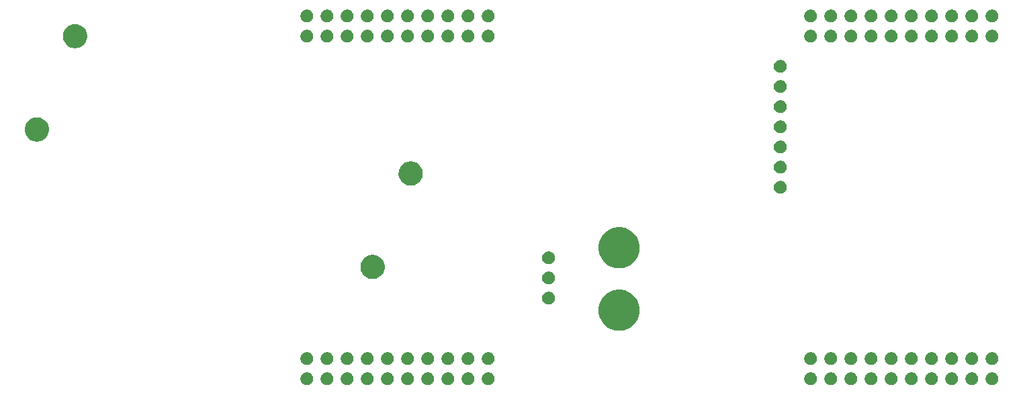
<source format=gbr>
G04 #@! TF.GenerationSoftware,KiCad,Pcbnew,(5.0.2)-1*
G04 #@! TF.CreationDate,2019-03-16T10:10:26-05:00*
G04 #@! TF.ProjectId,ClockingBoard_Hardware,436c6f63-6b69-46e6-9742-6f6172645f48,rev?*
G04 #@! TF.SameCoordinates,Original*
G04 #@! TF.FileFunction,Soldermask,Bot*
G04 #@! TF.FilePolarity,Negative*
%FSLAX46Y46*%
G04 Gerber Fmt 4.6, Leading zero omitted, Abs format (unit mm)*
G04 Created by KiCad (PCBNEW (5.0.2)-1) date 3/16/2019 10:10:26 AM*
%MOMM*%
%LPD*%
G01*
G04 APERTURE LIST*
%ADD10C,0.100000*%
G04 APERTURE END LIST*
D10*
G36*
X100566560Y-46210166D02*
X100714153Y-46271301D01*
X100845213Y-46358873D01*
X100846985Y-46360057D01*
X100959943Y-46473015D01*
X101048700Y-46605849D01*
X101109834Y-46753440D01*
X101141000Y-46910122D01*
X101141000Y-47069878D01*
X101109834Y-47226560D01*
X101048700Y-47374151D01*
X100959943Y-47506985D01*
X100846985Y-47619943D01*
X100846982Y-47619945D01*
X100714153Y-47708699D01*
X100714152Y-47708700D01*
X100714151Y-47708700D01*
X100566560Y-47769834D01*
X100409878Y-47801000D01*
X100250122Y-47801000D01*
X100093440Y-47769834D01*
X99945849Y-47708700D01*
X99945848Y-47708700D01*
X99945847Y-47708699D01*
X99813018Y-47619945D01*
X99813015Y-47619943D01*
X99700057Y-47506985D01*
X99611300Y-47374151D01*
X99550166Y-47226560D01*
X99519000Y-47069878D01*
X99519000Y-46910122D01*
X99550166Y-46753440D01*
X99611300Y-46605849D01*
X99700057Y-46473015D01*
X99813015Y-46360057D01*
X99814787Y-46358873D01*
X99945847Y-46271301D01*
X100093440Y-46210166D01*
X100250122Y-46179000D01*
X100409878Y-46179000D01*
X100566560Y-46210166D01*
X100566560Y-46210166D01*
G37*
G36*
X123426560Y-46210166D02*
X123574153Y-46271301D01*
X123705213Y-46358873D01*
X123706985Y-46360057D01*
X123819943Y-46473015D01*
X123908700Y-46605849D01*
X123969834Y-46753440D01*
X124001000Y-46910122D01*
X124001000Y-47069878D01*
X123969834Y-47226560D01*
X123908700Y-47374151D01*
X123819943Y-47506985D01*
X123706985Y-47619943D01*
X123706982Y-47619945D01*
X123574153Y-47708699D01*
X123574152Y-47708700D01*
X123574151Y-47708700D01*
X123426560Y-47769834D01*
X123269878Y-47801000D01*
X123110122Y-47801000D01*
X122953440Y-47769834D01*
X122805849Y-47708700D01*
X122805848Y-47708700D01*
X122805847Y-47708699D01*
X122673018Y-47619945D01*
X122673015Y-47619943D01*
X122560057Y-47506985D01*
X122471300Y-47374151D01*
X122410166Y-47226560D01*
X122379000Y-47069878D01*
X122379000Y-46910122D01*
X122410166Y-46753440D01*
X122471300Y-46605849D01*
X122560057Y-46473015D01*
X122673015Y-46360057D01*
X122674787Y-46358873D01*
X122805847Y-46271301D01*
X122953440Y-46210166D01*
X123110122Y-46179000D01*
X123269878Y-46179000D01*
X123426560Y-46210166D01*
X123426560Y-46210166D01*
G37*
G36*
X37066560Y-46210166D02*
X37214153Y-46271301D01*
X37345213Y-46358873D01*
X37346985Y-46360057D01*
X37459943Y-46473015D01*
X37548700Y-46605849D01*
X37609834Y-46753440D01*
X37641000Y-46910122D01*
X37641000Y-47069878D01*
X37609834Y-47226560D01*
X37548700Y-47374151D01*
X37459943Y-47506985D01*
X37346985Y-47619943D01*
X37346982Y-47619945D01*
X37214153Y-47708699D01*
X37214152Y-47708700D01*
X37214151Y-47708700D01*
X37066560Y-47769834D01*
X36909878Y-47801000D01*
X36750122Y-47801000D01*
X36593440Y-47769834D01*
X36445849Y-47708700D01*
X36445848Y-47708700D01*
X36445847Y-47708699D01*
X36313018Y-47619945D01*
X36313015Y-47619943D01*
X36200057Y-47506985D01*
X36111300Y-47374151D01*
X36050166Y-47226560D01*
X36019000Y-47069878D01*
X36019000Y-46910122D01*
X36050166Y-46753440D01*
X36111300Y-46605849D01*
X36200057Y-46473015D01*
X36313015Y-46360057D01*
X36314787Y-46358873D01*
X36445847Y-46271301D01*
X36593440Y-46210166D01*
X36750122Y-46179000D01*
X36909878Y-46179000D01*
X37066560Y-46210166D01*
X37066560Y-46210166D01*
G37*
G36*
X39606560Y-46210166D02*
X39754153Y-46271301D01*
X39885213Y-46358873D01*
X39886985Y-46360057D01*
X39999943Y-46473015D01*
X40088700Y-46605849D01*
X40149834Y-46753440D01*
X40181000Y-46910122D01*
X40181000Y-47069878D01*
X40149834Y-47226560D01*
X40088700Y-47374151D01*
X39999943Y-47506985D01*
X39886985Y-47619943D01*
X39886982Y-47619945D01*
X39754153Y-47708699D01*
X39754152Y-47708700D01*
X39754151Y-47708700D01*
X39606560Y-47769834D01*
X39449878Y-47801000D01*
X39290122Y-47801000D01*
X39133440Y-47769834D01*
X38985849Y-47708700D01*
X38985848Y-47708700D01*
X38985847Y-47708699D01*
X38853018Y-47619945D01*
X38853015Y-47619943D01*
X38740057Y-47506985D01*
X38651300Y-47374151D01*
X38590166Y-47226560D01*
X38559000Y-47069878D01*
X38559000Y-46910122D01*
X38590166Y-46753440D01*
X38651300Y-46605849D01*
X38740057Y-46473015D01*
X38853015Y-46360057D01*
X38854787Y-46358873D01*
X38985847Y-46271301D01*
X39133440Y-46210166D01*
X39290122Y-46179000D01*
X39449878Y-46179000D01*
X39606560Y-46210166D01*
X39606560Y-46210166D01*
G37*
G36*
X47226560Y-46210166D02*
X47374153Y-46271301D01*
X47505213Y-46358873D01*
X47506985Y-46360057D01*
X47619943Y-46473015D01*
X47708700Y-46605849D01*
X47769834Y-46753440D01*
X47801000Y-46910122D01*
X47801000Y-47069878D01*
X47769834Y-47226560D01*
X47708700Y-47374151D01*
X47619943Y-47506985D01*
X47506985Y-47619943D01*
X47506982Y-47619945D01*
X47374153Y-47708699D01*
X47374152Y-47708700D01*
X47374151Y-47708700D01*
X47226560Y-47769834D01*
X47069878Y-47801000D01*
X46910122Y-47801000D01*
X46753440Y-47769834D01*
X46605849Y-47708700D01*
X46605848Y-47708700D01*
X46605847Y-47708699D01*
X46473018Y-47619945D01*
X46473015Y-47619943D01*
X46360057Y-47506985D01*
X46271300Y-47374151D01*
X46210166Y-47226560D01*
X46179000Y-47069878D01*
X46179000Y-46910122D01*
X46210166Y-46753440D01*
X46271300Y-46605849D01*
X46360057Y-46473015D01*
X46473015Y-46360057D01*
X46474787Y-46358873D01*
X46605847Y-46271301D01*
X46753440Y-46210166D01*
X46910122Y-46179000D01*
X47069878Y-46179000D01*
X47226560Y-46210166D01*
X47226560Y-46210166D01*
G37*
G36*
X44686560Y-46210166D02*
X44834153Y-46271301D01*
X44965213Y-46358873D01*
X44966985Y-46360057D01*
X45079943Y-46473015D01*
X45168700Y-46605849D01*
X45229834Y-46753440D01*
X45261000Y-46910122D01*
X45261000Y-47069878D01*
X45229834Y-47226560D01*
X45168700Y-47374151D01*
X45079943Y-47506985D01*
X44966985Y-47619943D01*
X44966982Y-47619945D01*
X44834153Y-47708699D01*
X44834152Y-47708700D01*
X44834151Y-47708700D01*
X44686560Y-47769834D01*
X44529878Y-47801000D01*
X44370122Y-47801000D01*
X44213440Y-47769834D01*
X44065849Y-47708700D01*
X44065848Y-47708700D01*
X44065847Y-47708699D01*
X43933018Y-47619945D01*
X43933015Y-47619943D01*
X43820057Y-47506985D01*
X43731300Y-47374151D01*
X43670166Y-47226560D01*
X43639000Y-47069878D01*
X43639000Y-46910122D01*
X43670166Y-46753440D01*
X43731300Y-46605849D01*
X43820057Y-46473015D01*
X43933015Y-46360057D01*
X43934787Y-46358873D01*
X44065847Y-46271301D01*
X44213440Y-46210166D01*
X44370122Y-46179000D01*
X44529878Y-46179000D01*
X44686560Y-46210166D01*
X44686560Y-46210166D01*
G37*
G36*
X42146560Y-46210166D02*
X42294153Y-46271301D01*
X42425213Y-46358873D01*
X42426985Y-46360057D01*
X42539943Y-46473015D01*
X42628700Y-46605849D01*
X42689834Y-46753440D01*
X42721000Y-46910122D01*
X42721000Y-47069878D01*
X42689834Y-47226560D01*
X42628700Y-47374151D01*
X42539943Y-47506985D01*
X42426985Y-47619943D01*
X42426982Y-47619945D01*
X42294153Y-47708699D01*
X42294152Y-47708700D01*
X42294151Y-47708700D01*
X42146560Y-47769834D01*
X41989878Y-47801000D01*
X41830122Y-47801000D01*
X41673440Y-47769834D01*
X41525849Y-47708700D01*
X41525848Y-47708700D01*
X41525847Y-47708699D01*
X41393018Y-47619945D01*
X41393015Y-47619943D01*
X41280057Y-47506985D01*
X41191300Y-47374151D01*
X41130166Y-47226560D01*
X41099000Y-47069878D01*
X41099000Y-46910122D01*
X41130166Y-46753440D01*
X41191300Y-46605849D01*
X41280057Y-46473015D01*
X41393015Y-46360057D01*
X41394787Y-46358873D01*
X41525847Y-46271301D01*
X41673440Y-46210166D01*
X41830122Y-46179000D01*
X41989878Y-46179000D01*
X42146560Y-46210166D01*
X42146560Y-46210166D01*
G37*
G36*
X49766560Y-46210166D02*
X49914153Y-46271301D01*
X50045213Y-46358873D01*
X50046985Y-46360057D01*
X50159943Y-46473015D01*
X50248700Y-46605849D01*
X50309834Y-46753440D01*
X50341000Y-46910122D01*
X50341000Y-47069878D01*
X50309834Y-47226560D01*
X50248700Y-47374151D01*
X50159943Y-47506985D01*
X50046985Y-47619943D01*
X50046982Y-47619945D01*
X49914153Y-47708699D01*
X49914152Y-47708700D01*
X49914151Y-47708700D01*
X49766560Y-47769834D01*
X49609878Y-47801000D01*
X49450122Y-47801000D01*
X49293440Y-47769834D01*
X49145849Y-47708700D01*
X49145848Y-47708700D01*
X49145847Y-47708699D01*
X49013018Y-47619945D01*
X49013015Y-47619943D01*
X48900057Y-47506985D01*
X48811300Y-47374151D01*
X48750166Y-47226560D01*
X48719000Y-47069878D01*
X48719000Y-46910122D01*
X48750166Y-46753440D01*
X48811300Y-46605849D01*
X48900057Y-46473015D01*
X49013015Y-46360057D01*
X49014787Y-46358873D01*
X49145847Y-46271301D01*
X49293440Y-46210166D01*
X49450122Y-46179000D01*
X49609878Y-46179000D01*
X49766560Y-46210166D01*
X49766560Y-46210166D01*
G37*
G36*
X52306560Y-46210166D02*
X52454153Y-46271301D01*
X52585213Y-46358873D01*
X52586985Y-46360057D01*
X52699943Y-46473015D01*
X52788700Y-46605849D01*
X52849834Y-46753440D01*
X52881000Y-46910122D01*
X52881000Y-47069878D01*
X52849834Y-47226560D01*
X52788700Y-47374151D01*
X52699943Y-47506985D01*
X52586985Y-47619943D01*
X52586982Y-47619945D01*
X52454153Y-47708699D01*
X52454152Y-47708700D01*
X52454151Y-47708700D01*
X52306560Y-47769834D01*
X52149878Y-47801000D01*
X51990122Y-47801000D01*
X51833440Y-47769834D01*
X51685849Y-47708700D01*
X51685848Y-47708700D01*
X51685847Y-47708699D01*
X51553018Y-47619945D01*
X51553015Y-47619943D01*
X51440057Y-47506985D01*
X51351300Y-47374151D01*
X51290166Y-47226560D01*
X51259000Y-47069878D01*
X51259000Y-46910122D01*
X51290166Y-46753440D01*
X51351300Y-46605849D01*
X51440057Y-46473015D01*
X51553015Y-46360057D01*
X51554787Y-46358873D01*
X51685847Y-46271301D01*
X51833440Y-46210166D01*
X51990122Y-46179000D01*
X52149878Y-46179000D01*
X52306560Y-46210166D01*
X52306560Y-46210166D01*
G37*
G36*
X59926560Y-46210166D02*
X60074153Y-46271301D01*
X60205213Y-46358873D01*
X60206985Y-46360057D01*
X60319943Y-46473015D01*
X60408700Y-46605849D01*
X60469834Y-46753440D01*
X60501000Y-46910122D01*
X60501000Y-47069878D01*
X60469834Y-47226560D01*
X60408700Y-47374151D01*
X60319943Y-47506985D01*
X60206985Y-47619943D01*
X60206982Y-47619945D01*
X60074153Y-47708699D01*
X60074152Y-47708700D01*
X60074151Y-47708700D01*
X59926560Y-47769834D01*
X59769878Y-47801000D01*
X59610122Y-47801000D01*
X59453440Y-47769834D01*
X59305849Y-47708700D01*
X59305848Y-47708700D01*
X59305847Y-47708699D01*
X59173018Y-47619945D01*
X59173015Y-47619943D01*
X59060057Y-47506985D01*
X58971300Y-47374151D01*
X58910166Y-47226560D01*
X58879000Y-47069878D01*
X58879000Y-46910122D01*
X58910166Y-46753440D01*
X58971300Y-46605849D01*
X59060057Y-46473015D01*
X59173015Y-46360057D01*
X59174787Y-46358873D01*
X59305847Y-46271301D01*
X59453440Y-46210166D01*
X59610122Y-46179000D01*
X59769878Y-46179000D01*
X59926560Y-46210166D01*
X59926560Y-46210166D01*
G37*
G36*
X57386560Y-46210166D02*
X57534153Y-46271301D01*
X57665213Y-46358873D01*
X57666985Y-46360057D01*
X57779943Y-46473015D01*
X57868700Y-46605849D01*
X57929834Y-46753440D01*
X57961000Y-46910122D01*
X57961000Y-47069878D01*
X57929834Y-47226560D01*
X57868700Y-47374151D01*
X57779943Y-47506985D01*
X57666985Y-47619943D01*
X57666982Y-47619945D01*
X57534153Y-47708699D01*
X57534152Y-47708700D01*
X57534151Y-47708700D01*
X57386560Y-47769834D01*
X57229878Y-47801000D01*
X57070122Y-47801000D01*
X56913440Y-47769834D01*
X56765849Y-47708700D01*
X56765848Y-47708700D01*
X56765847Y-47708699D01*
X56633018Y-47619945D01*
X56633015Y-47619943D01*
X56520057Y-47506985D01*
X56431300Y-47374151D01*
X56370166Y-47226560D01*
X56339000Y-47069878D01*
X56339000Y-46910122D01*
X56370166Y-46753440D01*
X56431300Y-46605849D01*
X56520057Y-46473015D01*
X56633015Y-46360057D01*
X56634787Y-46358873D01*
X56765847Y-46271301D01*
X56913440Y-46210166D01*
X57070122Y-46179000D01*
X57229878Y-46179000D01*
X57386560Y-46210166D01*
X57386560Y-46210166D01*
G37*
G36*
X120886560Y-46210166D02*
X121034153Y-46271301D01*
X121165213Y-46358873D01*
X121166985Y-46360057D01*
X121279943Y-46473015D01*
X121368700Y-46605849D01*
X121429834Y-46753440D01*
X121461000Y-46910122D01*
X121461000Y-47069878D01*
X121429834Y-47226560D01*
X121368700Y-47374151D01*
X121279943Y-47506985D01*
X121166985Y-47619943D01*
X121166982Y-47619945D01*
X121034153Y-47708699D01*
X121034152Y-47708700D01*
X121034151Y-47708700D01*
X120886560Y-47769834D01*
X120729878Y-47801000D01*
X120570122Y-47801000D01*
X120413440Y-47769834D01*
X120265849Y-47708700D01*
X120265848Y-47708700D01*
X120265847Y-47708699D01*
X120133018Y-47619945D01*
X120133015Y-47619943D01*
X120020057Y-47506985D01*
X119931300Y-47374151D01*
X119870166Y-47226560D01*
X119839000Y-47069878D01*
X119839000Y-46910122D01*
X119870166Y-46753440D01*
X119931300Y-46605849D01*
X120020057Y-46473015D01*
X120133015Y-46360057D01*
X120134787Y-46358873D01*
X120265847Y-46271301D01*
X120413440Y-46210166D01*
X120570122Y-46179000D01*
X120729878Y-46179000D01*
X120886560Y-46210166D01*
X120886560Y-46210166D01*
G37*
G36*
X54846560Y-46210166D02*
X54994153Y-46271301D01*
X55125213Y-46358873D01*
X55126985Y-46360057D01*
X55239943Y-46473015D01*
X55328700Y-46605849D01*
X55389834Y-46753440D01*
X55421000Y-46910122D01*
X55421000Y-47069878D01*
X55389834Y-47226560D01*
X55328700Y-47374151D01*
X55239943Y-47506985D01*
X55126985Y-47619943D01*
X55126982Y-47619945D01*
X54994153Y-47708699D01*
X54994152Y-47708700D01*
X54994151Y-47708700D01*
X54846560Y-47769834D01*
X54689878Y-47801000D01*
X54530122Y-47801000D01*
X54373440Y-47769834D01*
X54225849Y-47708700D01*
X54225848Y-47708700D01*
X54225847Y-47708699D01*
X54093018Y-47619945D01*
X54093015Y-47619943D01*
X53980057Y-47506985D01*
X53891300Y-47374151D01*
X53830166Y-47226560D01*
X53799000Y-47069878D01*
X53799000Y-46910122D01*
X53830166Y-46753440D01*
X53891300Y-46605849D01*
X53980057Y-46473015D01*
X54093015Y-46360057D01*
X54094787Y-46358873D01*
X54225847Y-46271301D01*
X54373440Y-46210166D01*
X54530122Y-46179000D01*
X54689878Y-46179000D01*
X54846560Y-46210166D01*
X54846560Y-46210166D01*
G37*
G36*
X103106560Y-46210166D02*
X103254153Y-46271301D01*
X103385213Y-46358873D01*
X103386985Y-46360057D01*
X103499943Y-46473015D01*
X103588700Y-46605849D01*
X103649834Y-46753440D01*
X103681000Y-46910122D01*
X103681000Y-47069878D01*
X103649834Y-47226560D01*
X103588700Y-47374151D01*
X103499943Y-47506985D01*
X103386985Y-47619943D01*
X103386982Y-47619945D01*
X103254153Y-47708699D01*
X103254152Y-47708700D01*
X103254151Y-47708700D01*
X103106560Y-47769834D01*
X102949878Y-47801000D01*
X102790122Y-47801000D01*
X102633440Y-47769834D01*
X102485849Y-47708700D01*
X102485848Y-47708700D01*
X102485847Y-47708699D01*
X102353018Y-47619945D01*
X102353015Y-47619943D01*
X102240057Y-47506985D01*
X102151300Y-47374151D01*
X102090166Y-47226560D01*
X102059000Y-47069878D01*
X102059000Y-46910122D01*
X102090166Y-46753440D01*
X102151300Y-46605849D01*
X102240057Y-46473015D01*
X102353015Y-46360057D01*
X102354787Y-46358873D01*
X102485847Y-46271301D01*
X102633440Y-46210166D01*
X102790122Y-46179000D01*
X102949878Y-46179000D01*
X103106560Y-46210166D01*
X103106560Y-46210166D01*
G37*
G36*
X105646560Y-46210166D02*
X105794153Y-46271301D01*
X105925213Y-46358873D01*
X105926985Y-46360057D01*
X106039943Y-46473015D01*
X106128700Y-46605849D01*
X106189834Y-46753440D01*
X106221000Y-46910122D01*
X106221000Y-47069878D01*
X106189834Y-47226560D01*
X106128700Y-47374151D01*
X106039943Y-47506985D01*
X105926985Y-47619943D01*
X105926982Y-47619945D01*
X105794153Y-47708699D01*
X105794152Y-47708700D01*
X105794151Y-47708700D01*
X105646560Y-47769834D01*
X105489878Y-47801000D01*
X105330122Y-47801000D01*
X105173440Y-47769834D01*
X105025849Y-47708700D01*
X105025848Y-47708700D01*
X105025847Y-47708699D01*
X104893018Y-47619945D01*
X104893015Y-47619943D01*
X104780057Y-47506985D01*
X104691300Y-47374151D01*
X104630166Y-47226560D01*
X104599000Y-47069878D01*
X104599000Y-46910122D01*
X104630166Y-46753440D01*
X104691300Y-46605849D01*
X104780057Y-46473015D01*
X104893015Y-46360057D01*
X104894787Y-46358873D01*
X105025847Y-46271301D01*
X105173440Y-46210166D01*
X105330122Y-46179000D01*
X105489878Y-46179000D01*
X105646560Y-46210166D01*
X105646560Y-46210166D01*
G37*
G36*
X108186560Y-46210166D02*
X108334153Y-46271301D01*
X108465213Y-46358873D01*
X108466985Y-46360057D01*
X108579943Y-46473015D01*
X108668700Y-46605849D01*
X108729834Y-46753440D01*
X108761000Y-46910122D01*
X108761000Y-47069878D01*
X108729834Y-47226560D01*
X108668700Y-47374151D01*
X108579943Y-47506985D01*
X108466985Y-47619943D01*
X108466982Y-47619945D01*
X108334153Y-47708699D01*
X108334152Y-47708700D01*
X108334151Y-47708700D01*
X108186560Y-47769834D01*
X108029878Y-47801000D01*
X107870122Y-47801000D01*
X107713440Y-47769834D01*
X107565849Y-47708700D01*
X107565848Y-47708700D01*
X107565847Y-47708699D01*
X107433018Y-47619945D01*
X107433015Y-47619943D01*
X107320057Y-47506985D01*
X107231300Y-47374151D01*
X107170166Y-47226560D01*
X107139000Y-47069878D01*
X107139000Y-46910122D01*
X107170166Y-46753440D01*
X107231300Y-46605849D01*
X107320057Y-46473015D01*
X107433015Y-46360057D01*
X107434787Y-46358873D01*
X107565847Y-46271301D01*
X107713440Y-46210166D01*
X107870122Y-46179000D01*
X108029878Y-46179000D01*
X108186560Y-46210166D01*
X108186560Y-46210166D01*
G37*
G36*
X110726560Y-46210166D02*
X110874153Y-46271301D01*
X111005213Y-46358873D01*
X111006985Y-46360057D01*
X111119943Y-46473015D01*
X111208700Y-46605849D01*
X111269834Y-46753440D01*
X111301000Y-46910122D01*
X111301000Y-47069878D01*
X111269834Y-47226560D01*
X111208700Y-47374151D01*
X111119943Y-47506985D01*
X111006985Y-47619943D01*
X111006982Y-47619945D01*
X110874153Y-47708699D01*
X110874152Y-47708700D01*
X110874151Y-47708700D01*
X110726560Y-47769834D01*
X110569878Y-47801000D01*
X110410122Y-47801000D01*
X110253440Y-47769834D01*
X110105849Y-47708700D01*
X110105848Y-47708700D01*
X110105847Y-47708699D01*
X109973018Y-47619945D01*
X109973015Y-47619943D01*
X109860057Y-47506985D01*
X109771300Y-47374151D01*
X109710166Y-47226560D01*
X109679000Y-47069878D01*
X109679000Y-46910122D01*
X109710166Y-46753440D01*
X109771300Y-46605849D01*
X109860057Y-46473015D01*
X109973015Y-46360057D01*
X109974787Y-46358873D01*
X110105847Y-46271301D01*
X110253440Y-46210166D01*
X110410122Y-46179000D01*
X110569878Y-46179000D01*
X110726560Y-46210166D01*
X110726560Y-46210166D01*
G37*
G36*
X113266560Y-46210166D02*
X113414153Y-46271301D01*
X113545213Y-46358873D01*
X113546985Y-46360057D01*
X113659943Y-46473015D01*
X113748700Y-46605849D01*
X113809834Y-46753440D01*
X113841000Y-46910122D01*
X113841000Y-47069878D01*
X113809834Y-47226560D01*
X113748700Y-47374151D01*
X113659943Y-47506985D01*
X113546985Y-47619943D01*
X113546982Y-47619945D01*
X113414153Y-47708699D01*
X113414152Y-47708700D01*
X113414151Y-47708700D01*
X113266560Y-47769834D01*
X113109878Y-47801000D01*
X112950122Y-47801000D01*
X112793440Y-47769834D01*
X112645849Y-47708700D01*
X112645848Y-47708700D01*
X112645847Y-47708699D01*
X112513018Y-47619945D01*
X112513015Y-47619943D01*
X112400057Y-47506985D01*
X112311300Y-47374151D01*
X112250166Y-47226560D01*
X112219000Y-47069878D01*
X112219000Y-46910122D01*
X112250166Y-46753440D01*
X112311300Y-46605849D01*
X112400057Y-46473015D01*
X112513015Y-46360057D01*
X112514787Y-46358873D01*
X112645847Y-46271301D01*
X112793440Y-46210166D01*
X112950122Y-46179000D01*
X113109878Y-46179000D01*
X113266560Y-46210166D01*
X113266560Y-46210166D01*
G37*
G36*
X115806560Y-46210166D02*
X115954153Y-46271301D01*
X116085213Y-46358873D01*
X116086985Y-46360057D01*
X116199943Y-46473015D01*
X116288700Y-46605849D01*
X116349834Y-46753440D01*
X116381000Y-46910122D01*
X116381000Y-47069878D01*
X116349834Y-47226560D01*
X116288700Y-47374151D01*
X116199943Y-47506985D01*
X116086985Y-47619943D01*
X116086982Y-47619945D01*
X115954153Y-47708699D01*
X115954152Y-47708700D01*
X115954151Y-47708700D01*
X115806560Y-47769834D01*
X115649878Y-47801000D01*
X115490122Y-47801000D01*
X115333440Y-47769834D01*
X115185849Y-47708700D01*
X115185848Y-47708700D01*
X115185847Y-47708699D01*
X115053018Y-47619945D01*
X115053015Y-47619943D01*
X114940057Y-47506985D01*
X114851300Y-47374151D01*
X114790166Y-47226560D01*
X114759000Y-47069878D01*
X114759000Y-46910122D01*
X114790166Y-46753440D01*
X114851300Y-46605849D01*
X114940057Y-46473015D01*
X115053015Y-46360057D01*
X115054787Y-46358873D01*
X115185847Y-46271301D01*
X115333440Y-46210166D01*
X115490122Y-46179000D01*
X115649878Y-46179000D01*
X115806560Y-46210166D01*
X115806560Y-46210166D01*
G37*
G36*
X118346560Y-46210166D02*
X118494153Y-46271301D01*
X118625213Y-46358873D01*
X118626985Y-46360057D01*
X118739943Y-46473015D01*
X118828700Y-46605849D01*
X118889834Y-46753440D01*
X118921000Y-46910122D01*
X118921000Y-47069878D01*
X118889834Y-47226560D01*
X118828700Y-47374151D01*
X118739943Y-47506985D01*
X118626985Y-47619943D01*
X118626982Y-47619945D01*
X118494153Y-47708699D01*
X118494152Y-47708700D01*
X118494151Y-47708700D01*
X118346560Y-47769834D01*
X118189878Y-47801000D01*
X118030122Y-47801000D01*
X117873440Y-47769834D01*
X117725849Y-47708700D01*
X117725848Y-47708700D01*
X117725847Y-47708699D01*
X117593018Y-47619945D01*
X117593015Y-47619943D01*
X117480057Y-47506985D01*
X117391300Y-47374151D01*
X117330166Y-47226560D01*
X117299000Y-47069878D01*
X117299000Y-46910122D01*
X117330166Y-46753440D01*
X117391300Y-46605849D01*
X117480057Y-46473015D01*
X117593015Y-46360057D01*
X117594787Y-46358873D01*
X117725847Y-46271301D01*
X117873440Y-46210166D01*
X118030122Y-46179000D01*
X118189878Y-46179000D01*
X118346560Y-46210166D01*
X118346560Y-46210166D01*
G37*
G36*
X44686560Y-43670166D02*
X44834153Y-43731301D01*
X44965213Y-43818873D01*
X44966985Y-43820057D01*
X45079943Y-43933015D01*
X45168700Y-44065849D01*
X45229834Y-44213440D01*
X45261000Y-44370122D01*
X45261000Y-44529878D01*
X45229834Y-44686560D01*
X45168700Y-44834151D01*
X45079943Y-44966985D01*
X44966985Y-45079943D01*
X44966982Y-45079945D01*
X44834153Y-45168699D01*
X44834152Y-45168700D01*
X44834151Y-45168700D01*
X44686560Y-45229834D01*
X44529878Y-45261000D01*
X44370122Y-45261000D01*
X44213440Y-45229834D01*
X44065849Y-45168700D01*
X44065848Y-45168700D01*
X44065847Y-45168699D01*
X43933018Y-45079945D01*
X43933015Y-45079943D01*
X43820057Y-44966985D01*
X43731300Y-44834151D01*
X43670166Y-44686560D01*
X43639000Y-44529878D01*
X43639000Y-44370122D01*
X43670166Y-44213440D01*
X43731300Y-44065849D01*
X43820057Y-43933015D01*
X43933015Y-43820057D01*
X43934787Y-43818873D01*
X44065847Y-43731301D01*
X44213440Y-43670166D01*
X44370122Y-43639000D01*
X44529878Y-43639000D01*
X44686560Y-43670166D01*
X44686560Y-43670166D01*
G37*
G36*
X42146560Y-43670166D02*
X42294153Y-43731301D01*
X42425213Y-43818873D01*
X42426985Y-43820057D01*
X42539943Y-43933015D01*
X42628700Y-44065849D01*
X42689834Y-44213440D01*
X42721000Y-44370122D01*
X42721000Y-44529878D01*
X42689834Y-44686560D01*
X42628700Y-44834151D01*
X42539943Y-44966985D01*
X42426985Y-45079943D01*
X42426982Y-45079945D01*
X42294153Y-45168699D01*
X42294152Y-45168700D01*
X42294151Y-45168700D01*
X42146560Y-45229834D01*
X41989878Y-45261000D01*
X41830122Y-45261000D01*
X41673440Y-45229834D01*
X41525849Y-45168700D01*
X41525848Y-45168700D01*
X41525847Y-45168699D01*
X41393018Y-45079945D01*
X41393015Y-45079943D01*
X41280057Y-44966985D01*
X41191300Y-44834151D01*
X41130166Y-44686560D01*
X41099000Y-44529878D01*
X41099000Y-44370122D01*
X41130166Y-44213440D01*
X41191300Y-44065849D01*
X41280057Y-43933015D01*
X41393015Y-43820057D01*
X41394787Y-43818873D01*
X41525847Y-43731301D01*
X41673440Y-43670166D01*
X41830122Y-43639000D01*
X41989878Y-43639000D01*
X42146560Y-43670166D01*
X42146560Y-43670166D01*
G37*
G36*
X39606560Y-43670166D02*
X39754153Y-43731301D01*
X39885213Y-43818873D01*
X39886985Y-43820057D01*
X39999943Y-43933015D01*
X40088700Y-44065849D01*
X40149834Y-44213440D01*
X40181000Y-44370122D01*
X40181000Y-44529878D01*
X40149834Y-44686560D01*
X40088700Y-44834151D01*
X39999943Y-44966985D01*
X39886985Y-45079943D01*
X39886982Y-45079945D01*
X39754153Y-45168699D01*
X39754152Y-45168700D01*
X39754151Y-45168700D01*
X39606560Y-45229834D01*
X39449878Y-45261000D01*
X39290122Y-45261000D01*
X39133440Y-45229834D01*
X38985849Y-45168700D01*
X38985848Y-45168700D01*
X38985847Y-45168699D01*
X38853018Y-45079945D01*
X38853015Y-45079943D01*
X38740057Y-44966985D01*
X38651300Y-44834151D01*
X38590166Y-44686560D01*
X38559000Y-44529878D01*
X38559000Y-44370122D01*
X38590166Y-44213440D01*
X38651300Y-44065849D01*
X38740057Y-43933015D01*
X38853015Y-43820057D01*
X38854787Y-43818873D01*
X38985847Y-43731301D01*
X39133440Y-43670166D01*
X39290122Y-43639000D01*
X39449878Y-43639000D01*
X39606560Y-43670166D01*
X39606560Y-43670166D01*
G37*
G36*
X37066560Y-43670166D02*
X37214153Y-43731301D01*
X37345213Y-43818873D01*
X37346985Y-43820057D01*
X37459943Y-43933015D01*
X37548700Y-44065849D01*
X37609834Y-44213440D01*
X37641000Y-44370122D01*
X37641000Y-44529878D01*
X37609834Y-44686560D01*
X37548700Y-44834151D01*
X37459943Y-44966985D01*
X37346985Y-45079943D01*
X37346982Y-45079945D01*
X37214153Y-45168699D01*
X37214152Y-45168700D01*
X37214151Y-45168700D01*
X37066560Y-45229834D01*
X36909878Y-45261000D01*
X36750122Y-45261000D01*
X36593440Y-45229834D01*
X36445849Y-45168700D01*
X36445848Y-45168700D01*
X36445847Y-45168699D01*
X36313018Y-45079945D01*
X36313015Y-45079943D01*
X36200057Y-44966985D01*
X36111300Y-44834151D01*
X36050166Y-44686560D01*
X36019000Y-44529878D01*
X36019000Y-44370122D01*
X36050166Y-44213440D01*
X36111300Y-44065849D01*
X36200057Y-43933015D01*
X36313015Y-43820057D01*
X36314787Y-43818873D01*
X36445847Y-43731301D01*
X36593440Y-43670166D01*
X36750122Y-43639000D01*
X36909878Y-43639000D01*
X37066560Y-43670166D01*
X37066560Y-43670166D01*
G37*
G36*
X49766560Y-43670166D02*
X49914153Y-43731301D01*
X50045213Y-43818873D01*
X50046985Y-43820057D01*
X50159943Y-43933015D01*
X50248700Y-44065849D01*
X50309834Y-44213440D01*
X50341000Y-44370122D01*
X50341000Y-44529878D01*
X50309834Y-44686560D01*
X50248700Y-44834151D01*
X50159943Y-44966985D01*
X50046985Y-45079943D01*
X50046982Y-45079945D01*
X49914153Y-45168699D01*
X49914152Y-45168700D01*
X49914151Y-45168700D01*
X49766560Y-45229834D01*
X49609878Y-45261000D01*
X49450122Y-45261000D01*
X49293440Y-45229834D01*
X49145849Y-45168700D01*
X49145848Y-45168700D01*
X49145847Y-45168699D01*
X49013018Y-45079945D01*
X49013015Y-45079943D01*
X48900057Y-44966985D01*
X48811300Y-44834151D01*
X48750166Y-44686560D01*
X48719000Y-44529878D01*
X48719000Y-44370122D01*
X48750166Y-44213440D01*
X48811300Y-44065849D01*
X48900057Y-43933015D01*
X49013015Y-43820057D01*
X49014787Y-43818873D01*
X49145847Y-43731301D01*
X49293440Y-43670166D01*
X49450122Y-43639000D01*
X49609878Y-43639000D01*
X49766560Y-43670166D01*
X49766560Y-43670166D01*
G37*
G36*
X52306560Y-43670166D02*
X52454153Y-43731301D01*
X52585213Y-43818873D01*
X52586985Y-43820057D01*
X52699943Y-43933015D01*
X52788700Y-44065849D01*
X52849834Y-44213440D01*
X52881000Y-44370122D01*
X52881000Y-44529878D01*
X52849834Y-44686560D01*
X52788700Y-44834151D01*
X52699943Y-44966985D01*
X52586985Y-45079943D01*
X52586982Y-45079945D01*
X52454153Y-45168699D01*
X52454152Y-45168700D01*
X52454151Y-45168700D01*
X52306560Y-45229834D01*
X52149878Y-45261000D01*
X51990122Y-45261000D01*
X51833440Y-45229834D01*
X51685849Y-45168700D01*
X51685848Y-45168700D01*
X51685847Y-45168699D01*
X51553018Y-45079945D01*
X51553015Y-45079943D01*
X51440057Y-44966985D01*
X51351300Y-44834151D01*
X51290166Y-44686560D01*
X51259000Y-44529878D01*
X51259000Y-44370122D01*
X51290166Y-44213440D01*
X51351300Y-44065849D01*
X51440057Y-43933015D01*
X51553015Y-43820057D01*
X51554787Y-43818873D01*
X51685847Y-43731301D01*
X51833440Y-43670166D01*
X51990122Y-43639000D01*
X52149878Y-43639000D01*
X52306560Y-43670166D01*
X52306560Y-43670166D01*
G37*
G36*
X123426560Y-43670166D02*
X123574153Y-43731301D01*
X123705213Y-43818873D01*
X123706985Y-43820057D01*
X123819943Y-43933015D01*
X123908700Y-44065849D01*
X123969834Y-44213440D01*
X124001000Y-44370122D01*
X124001000Y-44529878D01*
X123969834Y-44686560D01*
X123908700Y-44834151D01*
X123819943Y-44966985D01*
X123706985Y-45079943D01*
X123706982Y-45079945D01*
X123574153Y-45168699D01*
X123574152Y-45168700D01*
X123574151Y-45168700D01*
X123426560Y-45229834D01*
X123269878Y-45261000D01*
X123110122Y-45261000D01*
X122953440Y-45229834D01*
X122805849Y-45168700D01*
X122805848Y-45168700D01*
X122805847Y-45168699D01*
X122673018Y-45079945D01*
X122673015Y-45079943D01*
X122560057Y-44966985D01*
X122471300Y-44834151D01*
X122410166Y-44686560D01*
X122379000Y-44529878D01*
X122379000Y-44370122D01*
X122410166Y-44213440D01*
X122471300Y-44065849D01*
X122560057Y-43933015D01*
X122673015Y-43820057D01*
X122674787Y-43818873D01*
X122805847Y-43731301D01*
X122953440Y-43670166D01*
X123110122Y-43639000D01*
X123269878Y-43639000D01*
X123426560Y-43670166D01*
X123426560Y-43670166D01*
G37*
G36*
X120886560Y-43670166D02*
X121034153Y-43731301D01*
X121165213Y-43818873D01*
X121166985Y-43820057D01*
X121279943Y-43933015D01*
X121368700Y-44065849D01*
X121429834Y-44213440D01*
X121461000Y-44370122D01*
X121461000Y-44529878D01*
X121429834Y-44686560D01*
X121368700Y-44834151D01*
X121279943Y-44966985D01*
X121166985Y-45079943D01*
X121166982Y-45079945D01*
X121034153Y-45168699D01*
X121034152Y-45168700D01*
X121034151Y-45168700D01*
X120886560Y-45229834D01*
X120729878Y-45261000D01*
X120570122Y-45261000D01*
X120413440Y-45229834D01*
X120265849Y-45168700D01*
X120265848Y-45168700D01*
X120265847Y-45168699D01*
X120133018Y-45079945D01*
X120133015Y-45079943D01*
X120020057Y-44966985D01*
X119931300Y-44834151D01*
X119870166Y-44686560D01*
X119839000Y-44529878D01*
X119839000Y-44370122D01*
X119870166Y-44213440D01*
X119931300Y-44065849D01*
X120020057Y-43933015D01*
X120133015Y-43820057D01*
X120134787Y-43818873D01*
X120265847Y-43731301D01*
X120413440Y-43670166D01*
X120570122Y-43639000D01*
X120729878Y-43639000D01*
X120886560Y-43670166D01*
X120886560Y-43670166D01*
G37*
G36*
X118346560Y-43670166D02*
X118494153Y-43731301D01*
X118625213Y-43818873D01*
X118626985Y-43820057D01*
X118739943Y-43933015D01*
X118828700Y-44065849D01*
X118889834Y-44213440D01*
X118921000Y-44370122D01*
X118921000Y-44529878D01*
X118889834Y-44686560D01*
X118828700Y-44834151D01*
X118739943Y-44966985D01*
X118626985Y-45079943D01*
X118626982Y-45079945D01*
X118494153Y-45168699D01*
X118494152Y-45168700D01*
X118494151Y-45168700D01*
X118346560Y-45229834D01*
X118189878Y-45261000D01*
X118030122Y-45261000D01*
X117873440Y-45229834D01*
X117725849Y-45168700D01*
X117725848Y-45168700D01*
X117725847Y-45168699D01*
X117593018Y-45079945D01*
X117593015Y-45079943D01*
X117480057Y-44966985D01*
X117391300Y-44834151D01*
X117330166Y-44686560D01*
X117299000Y-44529878D01*
X117299000Y-44370122D01*
X117330166Y-44213440D01*
X117391300Y-44065849D01*
X117480057Y-43933015D01*
X117593015Y-43820057D01*
X117594787Y-43818873D01*
X117725847Y-43731301D01*
X117873440Y-43670166D01*
X118030122Y-43639000D01*
X118189878Y-43639000D01*
X118346560Y-43670166D01*
X118346560Y-43670166D01*
G37*
G36*
X115806560Y-43670166D02*
X115954153Y-43731301D01*
X116085213Y-43818873D01*
X116086985Y-43820057D01*
X116199943Y-43933015D01*
X116288700Y-44065849D01*
X116349834Y-44213440D01*
X116381000Y-44370122D01*
X116381000Y-44529878D01*
X116349834Y-44686560D01*
X116288700Y-44834151D01*
X116199943Y-44966985D01*
X116086985Y-45079943D01*
X116086982Y-45079945D01*
X115954153Y-45168699D01*
X115954152Y-45168700D01*
X115954151Y-45168700D01*
X115806560Y-45229834D01*
X115649878Y-45261000D01*
X115490122Y-45261000D01*
X115333440Y-45229834D01*
X115185849Y-45168700D01*
X115185848Y-45168700D01*
X115185847Y-45168699D01*
X115053018Y-45079945D01*
X115053015Y-45079943D01*
X114940057Y-44966985D01*
X114851300Y-44834151D01*
X114790166Y-44686560D01*
X114759000Y-44529878D01*
X114759000Y-44370122D01*
X114790166Y-44213440D01*
X114851300Y-44065849D01*
X114940057Y-43933015D01*
X115053015Y-43820057D01*
X115054787Y-43818873D01*
X115185847Y-43731301D01*
X115333440Y-43670166D01*
X115490122Y-43639000D01*
X115649878Y-43639000D01*
X115806560Y-43670166D01*
X115806560Y-43670166D01*
G37*
G36*
X47226560Y-43670166D02*
X47374153Y-43731301D01*
X47505213Y-43818873D01*
X47506985Y-43820057D01*
X47619943Y-43933015D01*
X47708700Y-44065849D01*
X47769834Y-44213440D01*
X47801000Y-44370122D01*
X47801000Y-44529878D01*
X47769834Y-44686560D01*
X47708700Y-44834151D01*
X47619943Y-44966985D01*
X47506985Y-45079943D01*
X47506982Y-45079945D01*
X47374153Y-45168699D01*
X47374152Y-45168700D01*
X47374151Y-45168700D01*
X47226560Y-45229834D01*
X47069878Y-45261000D01*
X46910122Y-45261000D01*
X46753440Y-45229834D01*
X46605849Y-45168700D01*
X46605848Y-45168700D01*
X46605847Y-45168699D01*
X46473018Y-45079945D01*
X46473015Y-45079943D01*
X46360057Y-44966985D01*
X46271300Y-44834151D01*
X46210166Y-44686560D01*
X46179000Y-44529878D01*
X46179000Y-44370122D01*
X46210166Y-44213440D01*
X46271300Y-44065849D01*
X46360057Y-43933015D01*
X46473015Y-43820057D01*
X46474787Y-43818873D01*
X46605847Y-43731301D01*
X46753440Y-43670166D01*
X46910122Y-43639000D01*
X47069878Y-43639000D01*
X47226560Y-43670166D01*
X47226560Y-43670166D01*
G37*
G36*
X110726560Y-43670166D02*
X110874153Y-43731301D01*
X111005213Y-43818873D01*
X111006985Y-43820057D01*
X111119943Y-43933015D01*
X111208700Y-44065849D01*
X111269834Y-44213440D01*
X111301000Y-44370122D01*
X111301000Y-44529878D01*
X111269834Y-44686560D01*
X111208700Y-44834151D01*
X111119943Y-44966985D01*
X111006985Y-45079943D01*
X111006982Y-45079945D01*
X110874153Y-45168699D01*
X110874152Y-45168700D01*
X110874151Y-45168700D01*
X110726560Y-45229834D01*
X110569878Y-45261000D01*
X110410122Y-45261000D01*
X110253440Y-45229834D01*
X110105849Y-45168700D01*
X110105848Y-45168700D01*
X110105847Y-45168699D01*
X109973018Y-45079945D01*
X109973015Y-45079943D01*
X109860057Y-44966985D01*
X109771300Y-44834151D01*
X109710166Y-44686560D01*
X109679000Y-44529878D01*
X109679000Y-44370122D01*
X109710166Y-44213440D01*
X109771300Y-44065849D01*
X109860057Y-43933015D01*
X109973015Y-43820057D01*
X109974787Y-43818873D01*
X110105847Y-43731301D01*
X110253440Y-43670166D01*
X110410122Y-43639000D01*
X110569878Y-43639000D01*
X110726560Y-43670166D01*
X110726560Y-43670166D01*
G37*
G36*
X59926560Y-43670166D02*
X60074153Y-43731301D01*
X60205213Y-43818873D01*
X60206985Y-43820057D01*
X60319943Y-43933015D01*
X60408700Y-44065849D01*
X60469834Y-44213440D01*
X60501000Y-44370122D01*
X60501000Y-44529878D01*
X60469834Y-44686560D01*
X60408700Y-44834151D01*
X60319943Y-44966985D01*
X60206985Y-45079943D01*
X60206982Y-45079945D01*
X60074153Y-45168699D01*
X60074152Y-45168700D01*
X60074151Y-45168700D01*
X59926560Y-45229834D01*
X59769878Y-45261000D01*
X59610122Y-45261000D01*
X59453440Y-45229834D01*
X59305849Y-45168700D01*
X59305848Y-45168700D01*
X59305847Y-45168699D01*
X59173018Y-45079945D01*
X59173015Y-45079943D01*
X59060057Y-44966985D01*
X58971300Y-44834151D01*
X58910166Y-44686560D01*
X58879000Y-44529878D01*
X58879000Y-44370122D01*
X58910166Y-44213440D01*
X58971300Y-44065849D01*
X59060057Y-43933015D01*
X59173015Y-43820057D01*
X59174787Y-43818873D01*
X59305847Y-43731301D01*
X59453440Y-43670166D01*
X59610122Y-43639000D01*
X59769878Y-43639000D01*
X59926560Y-43670166D01*
X59926560Y-43670166D01*
G37*
G36*
X57386560Y-43670166D02*
X57534153Y-43731301D01*
X57665213Y-43818873D01*
X57666985Y-43820057D01*
X57779943Y-43933015D01*
X57868700Y-44065849D01*
X57929834Y-44213440D01*
X57961000Y-44370122D01*
X57961000Y-44529878D01*
X57929834Y-44686560D01*
X57868700Y-44834151D01*
X57779943Y-44966985D01*
X57666985Y-45079943D01*
X57666982Y-45079945D01*
X57534153Y-45168699D01*
X57534152Y-45168700D01*
X57534151Y-45168700D01*
X57386560Y-45229834D01*
X57229878Y-45261000D01*
X57070122Y-45261000D01*
X56913440Y-45229834D01*
X56765849Y-45168700D01*
X56765848Y-45168700D01*
X56765847Y-45168699D01*
X56633018Y-45079945D01*
X56633015Y-45079943D01*
X56520057Y-44966985D01*
X56431300Y-44834151D01*
X56370166Y-44686560D01*
X56339000Y-44529878D01*
X56339000Y-44370122D01*
X56370166Y-44213440D01*
X56431300Y-44065849D01*
X56520057Y-43933015D01*
X56633015Y-43820057D01*
X56634787Y-43818873D01*
X56765847Y-43731301D01*
X56913440Y-43670166D01*
X57070122Y-43639000D01*
X57229878Y-43639000D01*
X57386560Y-43670166D01*
X57386560Y-43670166D01*
G37*
G36*
X54846560Y-43670166D02*
X54994153Y-43731301D01*
X55125213Y-43818873D01*
X55126985Y-43820057D01*
X55239943Y-43933015D01*
X55328700Y-44065849D01*
X55389834Y-44213440D01*
X55421000Y-44370122D01*
X55421000Y-44529878D01*
X55389834Y-44686560D01*
X55328700Y-44834151D01*
X55239943Y-44966985D01*
X55126985Y-45079943D01*
X55126982Y-45079945D01*
X54994153Y-45168699D01*
X54994152Y-45168700D01*
X54994151Y-45168700D01*
X54846560Y-45229834D01*
X54689878Y-45261000D01*
X54530122Y-45261000D01*
X54373440Y-45229834D01*
X54225849Y-45168700D01*
X54225848Y-45168700D01*
X54225847Y-45168699D01*
X54093018Y-45079945D01*
X54093015Y-45079943D01*
X53980057Y-44966985D01*
X53891300Y-44834151D01*
X53830166Y-44686560D01*
X53799000Y-44529878D01*
X53799000Y-44370122D01*
X53830166Y-44213440D01*
X53891300Y-44065849D01*
X53980057Y-43933015D01*
X54093015Y-43820057D01*
X54094787Y-43818873D01*
X54225847Y-43731301D01*
X54373440Y-43670166D01*
X54530122Y-43639000D01*
X54689878Y-43639000D01*
X54846560Y-43670166D01*
X54846560Y-43670166D01*
G37*
G36*
X100566560Y-43670166D02*
X100714153Y-43731301D01*
X100845213Y-43818873D01*
X100846985Y-43820057D01*
X100959943Y-43933015D01*
X101048700Y-44065849D01*
X101109834Y-44213440D01*
X101141000Y-44370122D01*
X101141000Y-44529878D01*
X101109834Y-44686560D01*
X101048700Y-44834151D01*
X100959943Y-44966985D01*
X100846985Y-45079943D01*
X100846982Y-45079945D01*
X100714153Y-45168699D01*
X100714152Y-45168700D01*
X100714151Y-45168700D01*
X100566560Y-45229834D01*
X100409878Y-45261000D01*
X100250122Y-45261000D01*
X100093440Y-45229834D01*
X99945849Y-45168700D01*
X99945848Y-45168700D01*
X99945847Y-45168699D01*
X99813018Y-45079945D01*
X99813015Y-45079943D01*
X99700057Y-44966985D01*
X99611300Y-44834151D01*
X99550166Y-44686560D01*
X99519000Y-44529878D01*
X99519000Y-44370122D01*
X99550166Y-44213440D01*
X99611300Y-44065849D01*
X99700057Y-43933015D01*
X99813015Y-43820057D01*
X99814787Y-43818873D01*
X99945847Y-43731301D01*
X100093440Y-43670166D01*
X100250122Y-43639000D01*
X100409878Y-43639000D01*
X100566560Y-43670166D01*
X100566560Y-43670166D01*
G37*
G36*
X103106560Y-43670166D02*
X103254153Y-43731301D01*
X103385213Y-43818873D01*
X103386985Y-43820057D01*
X103499943Y-43933015D01*
X103588700Y-44065849D01*
X103649834Y-44213440D01*
X103681000Y-44370122D01*
X103681000Y-44529878D01*
X103649834Y-44686560D01*
X103588700Y-44834151D01*
X103499943Y-44966985D01*
X103386985Y-45079943D01*
X103386982Y-45079945D01*
X103254153Y-45168699D01*
X103254152Y-45168700D01*
X103254151Y-45168700D01*
X103106560Y-45229834D01*
X102949878Y-45261000D01*
X102790122Y-45261000D01*
X102633440Y-45229834D01*
X102485849Y-45168700D01*
X102485848Y-45168700D01*
X102485847Y-45168699D01*
X102353018Y-45079945D01*
X102353015Y-45079943D01*
X102240057Y-44966985D01*
X102151300Y-44834151D01*
X102090166Y-44686560D01*
X102059000Y-44529878D01*
X102059000Y-44370122D01*
X102090166Y-44213440D01*
X102151300Y-44065849D01*
X102240057Y-43933015D01*
X102353015Y-43820057D01*
X102354787Y-43818873D01*
X102485847Y-43731301D01*
X102633440Y-43670166D01*
X102790122Y-43639000D01*
X102949878Y-43639000D01*
X103106560Y-43670166D01*
X103106560Y-43670166D01*
G37*
G36*
X105646560Y-43670166D02*
X105794153Y-43731301D01*
X105925213Y-43818873D01*
X105926985Y-43820057D01*
X106039943Y-43933015D01*
X106128700Y-44065849D01*
X106189834Y-44213440D01*
X106221000Y-44370122D01*
X106221000Y-44529878D01*
X106189834Y-44686560D01*
X106128700Y-44834151D01*
X106039943Y-44966985D01*
X105926985Y-45079943D01*
X105926982Y-45079945D01*
X105794153Y-45168699D01*
X105794152Y-45168700D01*
X105794151Y-45168700D01*
X105646560Y-45229834D01*
X105489878Y-45261000D01*
X105330122Y-45261000D01*
X105173440Y-45229834D01*
X105025849Y-45168700D01*
X105025848Y-45168700D01*
X105025847Y-45168699D01*
X104893018Y-45079945D01*
X104893015Y-45079943D01*
X104780057Y-44966985D01*
X104691300Y-44834151D01*
X104630166Y-44686560D01*
X104599000Y-44529878D01*
X104599000Y-44370122D01*
X104630166Y-44213440D01*
X104691300Y-44065849D01*
X104780057Y-43933015D01*
X104893015Y-43820057D01*
X104894787Y-43818873D01*
X105025847Y-43731301D01*
X105173440Y-43670166D01*
X105330122Y-43639000D01*
X105489878Y-43639000D01*
X105646560Y-43670166D01*
X105646560Y-43670166D01*
G37*
G36*
X108186560Y-43670166D02*
X108334153Y-43731301D01*
X108465213Y-43818873D01*
X108466985Y-43820057D01*
X108579943Y-43933015D01*
X108668700Y-44065849D01*
X108729834Y-44213440D01*
X108761000Y-44370122D01*
X108761000Y-44529878D01*
X108729834Y-44686560D01*
X108668700Y-44834151D01*
X108579943Y-44966985D01*
X108466985Y-45079943D01*
X108466982Y-45079945D01*
X108334153Y-45168699D01*
X108334152Y-45168700D01*
X108334151Y-45168700D01*
X108186560Y-45229834D01*
X108029878Y-45261000D01*
X107870122Y-45261000D01*
X107713440Y-45229834D01*
X107565849Y-45168700D01*
X107565848Y-45168700D01*
X107565847Y-45168699D01*
X107433018Y-45079945D01*
X107433015Y-45079943D01*
X107320057Y-44966985D01*
X107231300Y-44834151D01*
X107170166Y-44686560D01*
X107139000Y-44529878D01*
X107139000Y-44370122D01*
X107170166Y-44213440D01*
X107231300Y-44065849D01*
X107320057Y-43933015D01*
X107433015Y-43820057D01*
X107434787Y-43818873D01*
X107565847Y-43731301D01*
X107713440Y-43670166D01*
X107870122Y-43639000D01*
X108029878Y-43639000D01*
X108186560Y-43670166D01*
X108186560Y-43670166D01*
G37*
G36*
X113266560Y-43670166D02*
X113414153Y-43731301D01*
X113545213Y-43818873D01*
X113546985Y-43820057D01*
X113659943Y-43933015D01*
X113748700Y-44065849D01*
X113809834Y-44213440D01*
X113841000Y-44370122D01*
X113841000Y-44529878D01*
X113809834Y-44686560D01*
X113748700Y-44834151D01*
X113659943Y-44966985D01*
X113546985Y-45079943D01*
X113546982Y-45079945D01*
X113414153Y-45168699D01*
X113414152Y-45168700D01*
X113414151Y-45168700D01*
X113266560Y-45229834D01*
X113109878Y-45261000D01*
X112950122Y-45261000D01*
X112793440Y-45229834D01*
X112645849Y-45168700D01*
X112645848Y-45168700D01*
X112645847Y-45168699D01*
X112513018Y-45079945D01*
X112513015Y-45079943D01*
X112400057Y-44966985D01*
X112311300Y-44834151D01*
X112250166Y-44686560D01*
X112219000Y-44529878D01*
X112219000Y-44370122D01*
X112250166Y-44213440D01*
X112311300Y-44065849D01*
X112400057Y-43933015D01*
X112513015Y-43820057D01*
X112514787Y-43818873D01*
X112645847Y-43731301D01*
X112793440Y-43670166D01*
X112950122Y-43639000D01*
X113109878Y-43639000D01*
X113266560Y-43670166D01*
X113266560Y-43670166D01*
G37*
G36*
X76788908Y-35829380D02*
X76955767Y-35862570D01*
X77427299Y-36057885D01*
X77637746Y-36198502D01*
X77851669Y-36341441D01*
X78212559Y-36702331D01*
X78212561Y-36702334D01*
X78496115Y-37126701D01*
X78691430Y-37598233D01*
X78791000Y-38098809D01*
X78791000Y-38609191D01*
X78691430Y-39109767D01*
X78496115Y-39581299D01*
X78214474Y-40002803D01*
X78212559Y-40005669D01*
X77851669Y-40366559D01*
X77851666Y-40366561D01*
X77427299Y-40650115D01*
X76955767Y-40845430D01*
X76788908Y-40878620D01*
X76455193Y-40945000D01*
X75944807Y-40945000D01*
X75611092Y-40878620D01*
X75444233Y-40845430D01*
X74972701Y-40650115D01*
X74548334Y-40366561D01*
X74548331Y-40366559D01*
X74187441Y-40005669D01*
X74185526Y-40002803D01*
X73903885Y-39581299D01*
X73708570Y-39109767D01*
X73609000Y-38609191D01*
X73609000Y-38098809D01*
X73708570Y-37598233D01*
X73903885Y-37126701D01*
X74187439Y-36702334D01*
X74187441Y-36702331D01*
X74548331Y-36341441D01*
X74762254Y-36198502D01*
X74972701Y-36057885D01*
X75444233Y-35862570D01*
X75611092Y-35829380D01*
X75944807Y-35763000D01*
X76455193Y-35763000D01*
X76788908Y-35829380D01*
X76788908Y-35829380D01*
G37*
G36*
X67547142Y-36048242D02*
X67695102Y-36109530D01*
X67828258Y-36198502D01*
X67941498Y-36311742D01*
X68030470Y-36444898D01*
X68091758Y-36592858D01*
X68123000Y-36749925D01*
X68123000Y-36910075D01*
X68091758Y-37067142D01*
X68030470Y-37215102D01*
X67941498Y-37348258D01*
X67828258Y-37461498D01*
X67695102Y-37550470D01*
X67547142Y-37611758D01*
X67390075Y-37643000D01*
X67229925Y-37643000D01*
X67072858Y-37611758D01*
X66924898Y-37550470D01*
X66791742Y-37461498D01*
X66678502Y-37348258D01*
X66589530Y-37215102D01*
X66528242Y-37067142D01*
X66497000Y-36910075D01*
X66497000Y-36749925D01*
X66528242Y-36592858D01*
X66589530Y-36444898D01*
X66678502Y-36311742D01*
X66791742Y-36198502D01*
X66924898Y-36109530D01*
X67072858Y-36048242D01*
X67229925Y-36017000D01*
X67390075Y-36017000D01*
X67547142Y-36048242D01*
X67547142Y-36048242D01*
G37*
G36*
X67547142Y-33508242D02*
X67695102Y-33569530D01*
X67828258Y-33658502D01*
X67941498Y-33771742D01*
X68030470Y-33904898D01*
X68091758Y-34052858D01*
X68123000Y-34209925D01*
X68123000Y-34370075D01*
X68091758Y-34527142D01*
X68030470Y-34675102D01*
X67941498Y-34808258D01*
X67828258Y-34921498D01*
X67695102Y-35010470D01*
X67547142Y-35071758D01*
X67390075Y-35103000D01*
X67229925Y-35103000D01*
X67072858Y-35071758D01*
X66924898Y-35010470D01*
X66791742Y-34921498D01*
X66678502Y-34808258D01*
X66589530Y-34675102D01*
X66528242Y-34527142D01*
X66497000Y-34370075D01*
X66497000Y-34209925D01*
X66528242Y-34052858D01*
X66589530Y-33904898D01*
X66678502Y-33771742D01*
X66791742Y-33658502D01*
X66924898Y-33569530D01*
X67072858Y-33508242D01*
X67229925Y-33477000D01*
X67390075Y-33477000D01*
X67547142Y-33508242D01*
X67547142Y-33508242D01*
G37*
G36*
X45415377Y-31393007D02*
X45562613Y-31422294D01*
X45839999Y-31537191D01*
X46038649Y-31669925D01*
X46089644Y-31703999D01*
X46301941Y-31916296D01*
X46301943Y-31916299D01*
X46468749Y-32165941D01*
X46583646Y-32443327D01*
X46642220Y-32737799D01*
X46642220Y-33038041D01*
X46583646Y-33332513D01*
X46468749Y-33609899D01*
X46360608Y-33771743D01*
X46301941Y-33859544D01*
X46089644Y-34071841D01*
X46089641Y-34071843D01*
X45839999Y-34238649D01*
X45562613Y-34353546D01*
X45415377Y-34382833D01*
X45268142Y-34412120D01*
X44967898Y-34412120D01*
X44820663Y-34382833D01*
X44673427Y-34353546D01*
X44396041Y-34238649D01*
X44146399Y-34071843D01*
X44146396Y-34071841D01*
X43934099Y-33859544D01*
X43875432Y-33771743D01*
X43767291Y-33609899D01*
X43652394Y-33332513D01*
X43593820Y-33038041D01*
X43593820Y-32737799D01*
X43652394Y-32443327D01*
X43767291Y-32165941D01*
X43934097Y-31916299D01*
X43934099Y-31916296D01*
X44146396Y-31703999D01*
X44197391Y-31669925D01*
X44396041Y-31537191D01*
X44673427Y-31422294D01*
X44820663Y-31393007D01*
X44967898Y-31363720D01*
X45268142Y-31363720D01*
X45415377Y-31393007D01*
X45415377Y-31393007D01*
G37*
G36*
X76788908Y-27955380D02*
X76955767Y-27988570D01*
X77427299Y-28183885D01*
X77848803Y-28465526D01*
X77851669Y-28467441D01*
X78212559Y-28828331D01*
X78212561Y-28828334D01*
X78496115Y-29252701D01*
X78496115Y-29252702D01*
X78691430Y-29724234D01*
X78791000Y-30224807D01*
X78791000Y-30735193D01*
X78732453Y-31029529D01*
X78691430Y-31235767D01*
X78496115Y-31707299D01*
X78214474Y-32128803D01*
X78212559Y-32131669D01*
X77851669Y-32492559D01*
X77851666Y-32492561D01*
X77427299Y-32776115D01*
X76955767Y-32971430D01*
X76788908Y-33004620D01*
X76455193Y-33071000D01*
X75944807Y-33071000D01*
X75611092Y-33004620D01*
X75444233Y-32971430D01*
X74972701Y-32776115D01*
X74548334Y-32492561D01*
X74548331Y-32492559D01*
X74187441Y-32131669D01*
X74185526Y-32128803D01*
X73903885Y-31707299D01*
X73708570Y-31235767D01*
X73667547Y-31029529D01*
X73609000Y-30735193D01*
X73609000Y-30224807D01*
X73708570Y-29724234D01*
X73903885Y-29252702D01*
X73903885Y-29252701D01*
X74187439Y-28828334D01*
X74187441Y-28828331D01*
X74548331Y-28467441D01*
X74551197Y-28465526D01*
X74972701Y-28183885D01*
X75444233Y-27988570D01*
X75611092Y-27955380D01*
X75944807Y-27889000D01*
X76455193Y-27889000D01*
X76788908Y-27955380D01*
X76788908Y-27955380D01*
G37*
G36*
X67547142Y-30968242D02*
X67695102Y-31029530D01*
X67762130Y-31074317D01*
X67828257Y-31118501D01*
X67941499Y-31231743D01*
X67985683Y-31297870D01*
X68030470Y-31364898D01*
X68091758Y-31512858D01*
X68123000Y-31669925D01*
X68123000Y-31830075D01*
X68091758Y-31987142D01*
X68030470Y-32135102D01*
X67941498Y-32268258D01*
X67828258Y-32381498D01*
X67695102Y-32470470D01*
X67547142Y-32531758D01*
X67390075Y-32563000D01*
X67229925Y-32563000D01*
X67072858Y-32531758D01*
X66924898Y-32470470D01*
X66791742Y-32381498D01*
X66678502Y-32268258D01*
X66589530Y-32135102D01*
X66528242Y-31987142D01*
X66497000Y-31830075D01*
X66497000Y-31669925D01*
X66528242Y-31512858D01*
X66589530Y-31364898D01*
X66634317Y-31297870D01*
X66678501Y-31231743D01*
X66791743Y-31118501D01*
X66857870Y-31074317D01*
X66924898Y-31029530D01*
X67072858Y-30968242D01*
X67229925Y-30937000D01*
X67390075Y-30937000D01*
X67547142Y-30968242D01*
X67547142Y-30968242D01*
G37*
G36*
X96757142Y-22078242D02*
X96905102Y-22139530D01*
X97038258Y-22228502D01*
X97151498Y-22341742D01*
X97240470Y-22474898D01*
X97301758Y-22622858D01*
X97333000Y-22779925D01*
X97333000Y-22940075D01*
X97301758Y-23097142D01*
X97240470Y-23245102D01*
X97151498Y-23378258D01*
X97038258Y-23491498D01*
X96905102Y-23580470D01*
X96757142Y-23641758D01*
X96600075Y-23673000D01*
X96439925Y-23673000D01*
X96282858Y-23641758D01*
X96134898Y-23580470D01*
X96001742Y-23491498D01*
X95888502Y-23378258D01*
X95799530Y-23245102D01*
X95738242Y-23097142D01*
X95707000Y-22940075D01*
X95707000Y-22779925D01*
X95738242Y-22622858D01*
X95799530Y-22474898D01*
X95888502Y-22341742D01*
X96001742Y-22228502D01*
X96134898Y-22139530D01*
X96282858Y-22078242D01*
X96439925Y-22047000D01*
X96600075Y-22047000D01*
X96757142Y-22078242D01*
X96757142Y-22078242D01*
G37*
G36*
X50228677Y-19640427D02*
X50375913Y-19669714D01*
X50653299Y-19784611D01*
X50878219Y-19934898D01*
X50902944Y-19951419D01*
X51115241Y-20163716D01*
X51115243Y-20163719D01*
X51282049Y-20413361D01*
X51282049Y-20413362D01*
X51396946Y-20690748D01*
X51448813Y-20951498D01*
X51455520Y-20985219D01*
X51455520Y-21285461D01*
X51396946Y-21579933D01*
X51282049Y-21857319D01*
X51155308Y-22047000D01*
X51115241Y-22106964D01*
X50902944Y-22319261D01*
X50902941Y-22319263D01*
X50653299Y-22486069D01*
X50375913Y-22600966D01*
X50265859Y-22622857D01*
X50081442Y-22659540D01*
X49781198Y-22659540D01*
X49596781Y-22622857D01*
X49486727Y-22600966D01*
X49209341Y-22486069D01*
X48959699Y-22319263D01*
X48959696Y-22319261D01*
X48747399Y-22106964D01*
X48707332Y-22047000D01*
X48580591Y-21857319D01*
X48465694Y-21579933D01*
X48407120Y-21285461D01*
X48407120Y-20985219D01*
X48413828Y-20951498D01*
X48465694Y-20690748D01*
X48580591Y-20413362D01*
X48580591Y-20413361D01*
X48747397Y-20163719D01*
X48747399Y-20163716D01*
X48959696Y-19951419D01*
X48984421Y-19934898D01*
X49209341Y-19784611D01*
X49486727Y-19669714D01*
X49633963Y-19640427D01*
X49781198Y-19611140D01*
X50081442Y-19611140D01*
X50228677Y-19640427D01*
X50228677Y-19640427D01*
G37*
G36*
X96757142Y-19538242D02*
X96905102Y-19599530D01*
X97038258Y-19688502D01*
X97151498Y-19801742D01*
X97240470Y-19934898D01*
X97301758Y-20082858D01*
X97333000Y-20239925D01*
X97333000Y-20400075D01*
X97301758Y-20557142D01*
X97254354Y-20671583D01*
X97240471Y-20705100D01*
X97151499Y-20838257D01*
X97038257Y-20951499D01*
X96987791Y-20985219D01*
X96905102Y-21040470D01*
X96757142Y-21101758D01*
X96600075Y-21133000D01*
X96439925Y-21133000D01*
X96282858Y-21101758D01*
X96134898Y-21040470D01*
X96052209Y-20985219D01*
X96001743Y-20951499D01*
X95888501Y-20838257D01*
X95799529Y-20705100D01*
X95785646Y-20671583D01*
X95738242Y-20557142D01*
X95707000Y-20400075D01*
X95707000Y-20239925D01*
X95738242Y-20082858D01*
X95799530Y-19934898D01*
X95888502Y-19801742D01*
X96001742Y-19688502D01*
X96134898Y-19599530D01*
X96282858Y-19538242D01*
X96439925Y-19507000D01*
X96600075Y-19507000D01*
X96757142Y-19538242D01*
X96757142Y-19538242D01*
G37*
G36*
X96757142Y-16998242D02*
X96905102Y-17059530D01*
X97038258Y-17148502D01*
X97151498Y-17261742D01*
X97240470Y-17394898D01*
X97301758Y-17542858D01*
X97333000Y-17699925D01*
X97333000Y-17860075D01*
X97301758Y-18017142D01*
X97240470Y-18165102D01*
X97151498Y-18298258D01*
X97038258Y-18411498D01*
X96905102Y-18500470D01*
X96757142Y-18561758D01*
X96600075Y-18593000D01*
X96439925Y-18593000D01*
X96282858Y-18561758D01*
X96134898Y-18500470D01*
X96001742Y-18411498D01*
X95888502Y-18298258D01*
X95799530Y-18165102D01*
X95738242Y-18017142D01*
X95707000Y-17860075D01*
X95707000Y-17699925D01*
X95738242Y-17542858D01*
X95799530Y-17394898D01*
X95888502Y-17261742D01*
X96001742Y-17148502D01*
X96134898Y-17059530D01*
X96282858Y-16998242D01*
X96439925Y-16967000D01*
X96600075Y-16967000D01*
X96757142Y-16998242D01*
X96757142Y-16998242D01*
G37*
G36*
X3104057Y-14067667D02*
X3251293Y-14096954D01*
X3528679Y-14211851D01*
X3776638Y-14377533D01*
X3778324Y-14378659D01*
X3990621Y-14590956D01*
X3990623Y-14590959D01*
X4157429Y-14840601D01*
X4224638Y-15002858D01*
X4272326Y-15117988D01*
X4330900Y-15412458D01*
X4330900Y-15712702D01*
X4321838Y-15758258D01*
X4272326Y-16007173D01*
X4157429Y-16284559D01*
X3991747Y-16532518D01*
X3990621Y-16534204D01*
X3778324Y-16746501D01*
X3778321Y-16746503D01*
X3528679Y-16913309D01*
X3251293Y-17028206D01*
X3104057Y-17057493D01*
X2956822Y-17086780D01*
X2656578Y-17086780D01*
X2509343Y-17057493D01*
X2362107Y-17028206D01*
X2084721Y-16913309D01*
X1835079Y-16746503D01*
X1835076Y-16746501D01*
X1622779Y-16534204D01*
X1621653Y-16532518D01*
X1455971Y-16284559D01*
X1341074Y-16007173D01*
X1291562Y-15758258D01*
X1282500Y-15712702D01*
X1282500Y-15412458D01*
X1341074Y-15117988D01*
X1388762Y-15002858D01*
X1455971Y-14840601D01*
X1622777Y-14590959D01*
X1622779Y-14590956D01*
X1835076Y-14378659D01*
X1836762Y-14377533D01*
X2084721Y-14211851D01*
X2362107Y-14096954D01*
X2509343Y-14067667D01*
X2656578Y-14038380D01*
X2956822Y-14038380D01*
X3104057Y-14067667D01*
X3104057Y-14067667D01*
G37*
G36*
X96757142Y-14458242D02*
X96905102Y-14519530D01*
X97038258Y-14608502D01*
X97151498Y-14721742D01*
X97240470Y-14854898D01*
X97301758Y-15002858D01*
X97333000Y-15159925D01*
X97333000Y-15320075D01*
X97301758Y-15477142D01*
X97240470Y-15625102D01*
X97151498Y-15758258D01*
X97038258Y-15871498D01*
X96905102Y-15960470D01*
X96757142Y-16021758D01*
X96600075Y-16053000D01*
X96439925Y-16053000D01*
X96282858Y-16021758D01*
X96134898Y-15960470D01*
X96001742Y-15871498D01*
X95888502Y-15758258D01*
X95799530Y-15625102D01*
X95738242Y-15477142D01*
X95707000Y-15320075D01*
X95707000Y-15159925D01*
X95738242Y-15002858D01*
X95799530Y-14854898D01*
X95888502Y-14721742D01*
X96001742Y-14608502D01*
X96134898Y-14519530D01*
X96282858Y-14458242D01*
X96439925Y-14427000D01*
X96600075Y-14427000D01*
X96757142Y-14458242D01*
X96757142Y-14458242D01*
G37*
G36*
X96757142Y-11918242D02*
X96905102Y-11979530D01*
X97038258Y-12068502D01*
X97151498Y-12181742D01*
X97240470Y-12314898D01*
X97301758Y-12462858D01*
X97333000Y-12619925D01*
X97333000Y-12780075D01*
X97301758Y-12937142D01*
X97240470Y-13085102D01*
X97151498Y-13218258D01*
X97038258Y-13331498D01*
X96905102Y-13420470D01*
X96757142Y-13481758D01*
X96600075Y-13513000D01*
X96439925Y-13513000D01*
X96282858Y-13481758D01*
X96134898Y-13420470D01*
X96001742Y-13331498D01*
X95888502Y-13218258D01*
X95799530Y-13085102D01*
X95738242Y-12937142D01*
X95707000Y-12780075D01*
X95707000Y-12619925D01*
X95738242Y-12462858D01*
X95799530Y-12314898D01*
X95888502Y-12181742D01*
X96001742Y-12068502D01*
X96134898Y-11979530D01*
X96282858Y-11918242D01*
X96439925Y-11887000D01*
X96600075Y-11887000D01*
X96757142Y-11918242D01*
X96757142Y-11918242D01*
G37*
G36*
X96757142Y-9378242D02*
X96905102Y-9439530D01*
X97038258Y-9528502D01*
X97151498Y-9641742D01*
X97240470Y-9774898D01*
X97301758Y-9922858D01*
X97333000Y-10079925D01*
X97333000Y-10240075D01*
X97301758Y-10397142D01*
X97240470Y-10545102D01*
X97151498Y-10678258D01*
X97038258Y-10791498D01*
X96905102Y-10880470D01*
X96757142Y-10941758D01*
X96600075Y-10973000D01*
X96439925Y-10973000D01*
X96282858Y-10941758D01*
X96134898Y-10880470D01*
X96001742Y-10791498D01*
X95888502Y-10678258D01*
X95799530Y-10545102D01*
X95738242Y-10397142D01*
X95707000Y-10240075D01*
X95707000Y-10079925D01*
X95738242Y-9922858D01*
X95799530Y-9774898D01*
X95888502Y-9641742D01*
X96001742Y-9528502D01*
X96134898Y-9439530D01*
X96282858Y-9378242D01*
X96439925Y-9347000D01*
X96600075Y-9347000D01*
X96757142Y-9378242D01*
X96757142Y-9378242D01*
G37*
G36*
X96757142Y-6838242D02*
X96905102Y-6899530D01*
X97038258Y-6988502D01*
X97151498Y-7101742D01*
X97240470Y-7234898D01*
X97301758Y-7382858D01*
X97333000Y-7539925D01*
X97333000Y-7700075D01*
X97301758Y-7857142D01*
X97240470Y-8005102D01*
X97151498Y-8138258D01*
X97038258Y-8251498D01*
X96905102Y-8340470D01*
X96757142Y-8401758D01*
X96600075Y-8433000D01*
X96439925Y-8433000D01*
X96282858Y-8401758D01*
X96134898Y-8340470D01*
X96001742Y-8251498D01*
X95888502Y-8138258D01*
X95799530Y-8005102D01*
X95738242Y-7857142D01*
X95707000Y-7700075D01*
X95707000Y-7539925D01*
X95738242Y-7382858D01*
X95799530Y-7234898D01*
X95888502Y-7101742D01*
X96001742Y-6988502D01*
X96134898Y-6899530D01*
X96282858Y-6838242D01*
X96439925Y-6807000D01*
X96600075Y-6807000D01*
X96757142Y-6838242D01*
X96757142Y-6838242D01*
G37*
G36*
X7917357Y-2315087D02*
X8064593Y-2344374D01*
X8341979Y-2459271D01*
X8589938Y-2624953D01*
X8591624Y-2626079D01*
X8803921Y-2838376D01*
X8803923Y-2838379D01*
X8970729Y-3088021D01*
X9085626Y-3365407D01*
X9144200Y-3659879D01*
X9144200Y-3960121D01*
X9085626Y-4254593D01*
X8970729Y-4531979D01*
X8805047Y-4779938D01*
X8803921Y-4781624D01*
X8591624Y-4993921D01*
X8591621Y-4993923D01*
X8341979Y-5160729D01*
X8064593Y-5275626D01*
X7917357Y-5304913D01*
X7770122Y-5334200D01*
X7469878Y-5334200D01*
X7322643Y-5304913D01*
X7175407Y-5275626D01*
X6898021Y-5160729D01*
X6648379Y-4993923D01*
X6648376Y-4993921D01*
X6436079Y-4781624D01*
X6434953Y-4779938D01*
X6269271Y-4531979D01*
X6154374Y-4254593D01*
X6095800Y-3960121D01*
X6095800Y-3659879D01*
X6154374Y-3365407D01*
X6269271Y-3088021D01*
X6436077Y-2838379D01*
X6436079Y-2838376D01*
X6648376Y-2626079D01*
X6650062Y-2624953D01*
X6898021Y-2459271D01*
X7175407Y-2344374D01*
X7322643Y-2315087D01*
X7469878Y-2285800D01*
X7770122Y-2285800D01*
X7917357Y-2315087D01*
X7917357Y-2315087D01*
G37*
G36*
X113266560Y-3030166D02*
X113406235Y-3088021D01*
X113414153Y-3091301D01*
X113545213Y-3178873D01*
X113546985Y-3180057D01*
X113659943Y-3293015D01*
X113748700Y-3425849D01*
X113809834Y-3573440D01*
X113841000Y-3730122D01*
X113841000Y-3889878D01*
X113809834Y-4046560D01*
X113748700Y-4194151D01*
X113659943Y-4326985D01*
X113546985Y-4439943D01*
X113546982Y-4439945D01*
X113414153Y-4528699D01*
X113414152Y-4528700D01*
X113414151Y-4528700D01*
X113266560Y-4589834D01*
X113109878Y-4621000D01*
X112950122Y-4621000D01*
X112793440Y-4589834D01*
X112645849Y-4528700D01*
X112645848Y-4528700D01*
X112645847Y-4528699D01*
X112513018Y-4439945D01*
X112513015Y-4439943D01*
X112400057Y-4326985D01*
X112311300Y-4194151D01*
X112250166Y-4046560D01*
X112219000Y-3889878D01*
X112219000Y-3730122D01*
X112250166Y-3573440D01*
X112311300Y-3425849D01*
X112400057Y-3293015D01*
X112513015Y-3180057D01*
X112514787Y-3178873D01*
X112645847Y-3091301D01*
X112653766Y-3088021D01*
X112793440Y-3030166D01*
X112950122Y-2999000D01*
X113109878Y-2999000D01*
X113266560Y-3030166D01*
X113266560Y-3030166D01*
G37*
G36*
X52306560Y-3030166D02*
X52446235Y-3088021D01*
X52454153Y-3091301D01*
X52585213Y-3178873D01*
X52586985Y-3180057D01*
X52699943Y-3293015D01*
X52788700Y-3425849D01*
X52849834Y-3573440D01*
X52881000Y-3730122D01*
X52881000Y-3889878D01*
X52849834Y-4046560D01*
X52788700Y-4194151D01*
X52699943Y-4326985D01*
X52586985Y-4439943D01*
X52586982Y-4439945D01*
X52454153Y-4528699D01*
X52454152Y-4528700D01*
X52454151Y-4528700D01*
X52306560Y-4589834D01*
X52149878Y-4621000D01*
X51990122Y-4621000D01*
X51833440Y-4589834D01*
X51685849Y-4528700D01*
X51685848Y-4528700D01*
X51685847Y-4528699D01*
X51553018Y-4439945D01*
X51553015Y-4439943D01*
X51440057Y-4326985D01*
X51351300Y-4194151D01*
X51290166Y-4046560D01*
X51259000Y-3889878D01*
X51259000Y-3730122D01*
X51290166Y-3573440D01*
X51351300Y-3425849D01*
X51440057Y-3293015D01*
X51553015Y-3180057D01*
X51554787Y-3178873D01*
X51685847Y-3091301D01*
X51693766Y-3088021D01*
X51833440Y-3030166D01*
X51990122Y-2999000D01*
X52149878Y-2999000D01*
X52306560Y-3030166D01*
X52306560Y-3030166D01*
G37*
G36*
X110726560Y-3030166D02*
X110866235Y-3088021D01*
X110874153Y-3091301D01*
X111005213Y-3178873D01*
X111006985Y-3180057D01*
X111119943Y-3293015D01*
X111208700Y-3425849D01*
X111269834Y-3573440D01*
X111301000Y-3730122D01*
X111301000Y-3889878D01*
X111269834Y-4046560D01*
X111208700Y-4194151D01*
X111119943Y-4326985D01*
X111006985Y-4439943D01*
X111006982Y-4439945D01*
X110874153Y-4528699D01*
X110874152Y-4528700D01*
X110874151Y-4528700D01*
X110726560Y-4589834D01*
X110569878Y-4621000D01*
X110410122Y-4621000D01*
X110253440Y-4589834D01*
X110105849Y-4528700D01*
X110105848Y-4528700D01*
X110105847Y-4528699D01*
X109973018Y-4439945D01*
X109973015Y-4439943D01*
X109860057Y-4326985D01*
X109771300Y-4194151D01*
X109710166Y-4046560D01*
X109679000Y-3889878D01*
X109679000Y-3730122D01*
X109710166Y-3573440D01*
X109771300Y-3425849D01*
X109860057Y-3293015D01*
X109973015Y-3180057D01*
X109974787Y-3178873D01*
X110105847Y-3091301D01*
X110113766Y-3088021D01*
X110253440Y-3030166D01*
X110410122Y-2999000D01*
X110569878Y-2999000D01*
X110726560Y-3030166D01*
X110726560Y-3030166D01*
G37*
G36*
X108186560Y-3030166D02*
X108326235Y-3088021D01*
X108334153Y-3091301D01*
X108465213Y-3178873D01*
X108466985Y-3180057D01*
X108579943Y-3293015D01*
X108668700Y-3425849D01*
X108729834Y-3573440D01*
X108761000Y-3730122D01*
X108761000Y-3889878D01*
X108729834Y-4046560D01*
X108668700Y-4194151D01*
X108579943Y-4326985D01*
X108466985Y-4439943D01*
X108466982Y-4439945D01*
X108334153Y-4528699D01*
X108334152Y-4528700D01*
X108334151Y-4528700D01*
X108186560Y-4589834D01*
X108029878Y-4621000D01*
X107870122Y-4621000D01*
X107713440Y-4589834D01*
X107565849Y-4528700D01*
X107565848Y-4528700D01*
X107565847Y-4528699D01*
X107433018Y-4439945D01*
X107433015Y-4439943D01*
X107320057Y-4326985D01*
X107231300Y-4194151D01*
X107170166Y-4046560D01*
X107139000Y-3889878D01*
X107139000Y-3730122D01*
X107170166Y-3573440D01*
X107231300Y-3425849D01*
X107320057Y-3293015D01*
X107433015Y-3180057D01*
X107434787Y-3178873D01*
X107565847Y-3091301D01*
X107573766Y-3088021D01*
X107713440Y-3030166D01*
X107870122Y-2999000D01*
X108029878Y-2999000D01*
X108186560Y-3030166D01*
X108186560Y-3030166D01*
G37*
G36*
X105646560Y-3030166D02*
X105786235Y-3088021D01*
X105794153Y-3091301D01*
X105925213Y-3178873D01*
X105926985Y-3180057D01*
X106039943Y-3293015D01*
X106128700Y-3425849D01*
X106189834Y-3573440D01*
X106221000Y-3730122D01*
X106221000Y-3889878D01*
X106189834Y-4046560D01*
X106128700Y-4194151D01*
X106039943Y-4326985D01*
X105926985Y-4439943D01*
X105926982Y-4439945D01*
X105794153Y-4528699D01*
X105794152Y-4528700D01*
X105794151Y-4528700D01*
X105646560Y-4589834D01*
X105489878Y-4621000D01*
X105330122Y-4621000D01*
X105173440Y-4589834D01*
X105025849Y-4528700D01*
X105025848Y-4528700D01*
X105025847Y-4528699D01*
X104893018Y-4439945D01*
X104893015Y-4439943D01*
X104780057Y-4326985D01*
X104691300Y-4194151D01*
X104630166Y-4046560D01*
X104599000Y-3889878D01*
X104599000Y-3730122D01*
X104630166Y-3573440D01*
X104691300Y-3425849D01*
X104780057Y-3293015D01*
X104893015Y-3180057D01*
X104894787Y-3178873D01*
X105025847Y-3091301D01*
X105033766Y-3088021D01*
X105173440Y-3030166D01*
X105330122Y-2999000D01*
X105489878Y-2999000D01*
X105646560Y-3030166D01*
X105646560Y-3030166D01*
G37*
G36*
X103106560Y-3030166D02*
X103246235Y-3088021D01*
X103254153Y-3091301D01*
X103385213Y-3178873D01*
X103386985Y-3180057D01*
X103499943Y-3293015D01*
X103588700Y-3425849D01*
X103649834Y-3573440D01*
X103681000Y-3730122D01*
X103681000Y-3889878D01*
X103649834Y-4046560D01*
X103588700Y-4194151D01*
X103499943Y-4326985D01*
X103386985Y-4439943D01*
X103386982Y-4439945D01*
X103254153Y-4528699D01*
X103254152Y-4528700D01*
X103254151Y-4528700D01*
X103106560Y-4589834D01*
X102949878Y-4621000D01*
X102790122Y-4621000D01*
X102633440Y-4589834D01*
X102485849Y-4528700D01*
X102485848Y-4528700D01*
X102485847Y-4528699D01*
X102353018Y-4439945D01*
X102353015Y-4439943D01*
X102240057Y-4326985D01*
X102151300Y-4194151D01*
X102090166Y-4046560D01*
X102059000Y-3889878D01*
X102059000Y-3730122D01*
X102090166Y-3573440D01*
X102151300Y-3425849D01*
X102240057Y-3293015D01*
X102353015Y-3180057D01*
X102354787Y-3178873D01*
X102485847Y-3091301D01*
X102493766Y-3088021D01*
X102633440Y-3030166D01*
X102790122Y-2999000D01*
X102949878Y-2999000D01*
X103106560Y-3030166D01*
X103106560Y-3030166D01*
G37*
G36*
X100566560Y-3030166D02*
X100706235Y-3088021D01*
X100714153Y-3091301D01*
X100845213Y-3178873D01*
X100846985Y-3180057D01*
X100959943Y-3293015D01*
X101048700Y-3425849D01*
X101109834Y-3573440D01*
X101141000Y-3730122D01*
X101141000Y-3889878D01*
X101109834Y-4046560D01*
X101048700Y-4194151D01*
X100959943Y-4326985D01*
X100846985Y-4439943D01*
X100846982Y-4439945D01*
X100714153Y-4528699D01*
X100714152Y-4528700D01*
X100714151Y-4528700D01*
X100566560Y-4589834D01*
X100409878Y-4621000D01*
X100250122Y-4621000D01*
X100093440Y-4589834D01*
X99945849Y-4528700D01*
X99945848Y-4528700D01*
X99945847Y-4528699D01*
X99813018Y-4439945D01*
X99813015Y-4439943D01*
X99700057Y-4326985D01*
X99611300Y-4194151D01*
X99550166Y-4046560D01*
X99519000Y-3889878D01*
X99519000Y-3730122D01*
X99550166Y-3573440D01*
X99611300Y-3425849D01*
X99700057Y-3293015D01*
X99813015Y-3180057D01*
X99814787Y-3178873D01*
X99945847Y-3091301D01*
X99953766Y-3088021D01*
X100093440Y-3030166D01*
X100250122Y-2999000D01*
X100409878Y-2999000D01*
X100566560Y-3030166D01*
X100566560Y-3030166D01*
G37*
G36*
X54846560Y-3030166D02*
X54986235Y-3088021D01*
X54994153Y-3091301D01*
X55125213Y-3178873D01*
X55126985Y-3180057D01*
X55239943Y-3293015D01*
X55328700Y-3425849D01*
X55389834Y-3573440D01*
X55421000Y-3730122D01*
X55421000Y-3889878D01*
X55389834Y-4046560D01*
X55328700Y-4194151D01*
X55239943Y-4326985D01*
X55126985Y-4439943D01*
X55126982Y-4439945D01*
X54994153Y-4528699D01*
X54994152Y-4528700D01*
X54994151Y-4528700D01*
X54846560Y-4589834D01*
X54689878Y-4621000D01*
X54530122Y-4621000D01*
X54373440Y-4589834D01*
X54225849Y-4528700D01*
X54225848Y-4528700D01*
X54225847Y-4528699D01*
X54093018Y-4439945D01*
X54093015Y-4439943D01*
X53980057Y-4326985D01*
X53891300Y-4194151D01*
X53830166Y-4046560D01*
X53799000Y-3889878D01*
X53799000Y-3730122D01*
X53830166Y-3573440D01*
X53891300Y-3425849D01*
X53980057Y-3293015D01*
X54093015Y-3180057D01*
X54094787Y-3178873D01*
X54225847Y-3091301D01*
X54233766Y-3088021D01*
X54373440Y-3030166D01*
X54530122Y-2999000D01*
X54689878Y-2999000D01*
X54846560Y-3030166D01*
X54846560Y-3030166D01*
G37*
G36*
X57386560Y-3030166D02*
X57526235Y-3088021D01*
X57534153Y-3091301D01*
X57665213Y-3178873D01*
X57666985Y-3180057D01*
X57779943Y-3293015D01*
X57868700Y-3425849D01*
X57929834Y-3573440D01*
X57961000Y-3730122D01*
X57961000Y-3889878D01*
X57929834Y-4046560D01*
X57868700Y-4194151D01*
X57779943Y-4326985D01*
X57666985Y-4439943D01*
X57666982Y-4439945D01*
X57534153Y-4528699D01*
X57534152Y-4528700D01*
X57534151Y-4528700D01*
X57386560Y-4589834D01*
X57229878Y-4621000D01*
X57070122Y-4621000D01*
X56913440Y-4589834D01*
X56765849Y-4528700D01*
X56765848Y-4528700D01*
X56765847Y-4528699D01*
X56633018Y-4439945D01*
X56633015Y-4439943D01*
X56520057Y-4326985D01*
X56431300Y-4194151D01*
X56370166Y-4046560D01*
X56339000Y-3889878D01*
X56339000Y-3730122D01*
X56370166Y-3573440D01*
X56431300Y-3425849D01*
X56520057Y-3293015D01*
X56633015Y-3180057D01*
X56634787Y-3178873D01*
X56765847Y-3091301D01*
X56773766Y-3088021D01*
X56913440Y-3030166D01*
X57070122Y-2999000D01*
X57229878Y-2999000D01*
X57386560Y-3030166D01*
X57386560Y-3030166D01*
G37*
G36*
X59926560Y-3030166D02*
X60066235Y-3088021D01*
X60074153Y-3091301D01*
X60205213Y-3178873D01*
X60206985Y-3180057D01*
X60319943Y-3293015D01*
X60408700Y-3425849D01*
X60469834Y-3573440D01*
X60501000Y-3730122D01*
X60501000Y-3889878D01*
X60469834Y-4046560D01*
X60408700Y-4194151D01*
X60319943Y-4326985D01*
X60206985Y-4439943D01*
X60206982Y-4439945D01*
X60074153Y-4528699D01*
X60074152Y-4528700D01*
X60074151Y-4528700D01*
X59926560Y-4589834D01*
X59769878Y-4621000D01*
X59610122Y-4621000D01*
X59453440Y-4589834D01*
X59305849Y-4528700D01*
X59305848Y-4528700D01*
X59305847Y-4528699D01*
X59173018Y-4439945D01*
X59173015Y-4439943D01*
X59060057Y-4326985D01*
X58971300Y-4194151D01*
X58910166Y-4046560D01*
X58879000Y-3889878D01*
X58879000Y-3730122D01*
X58910166Y-3573440D01*
X58971300Y-3425849D01*
X59060057Y-3293015D01*
X59173015Y-3180057D01*
X59174787Y-3178873D01*
X59305847Y-3091301D01*
X59313766Y-3088021D01*
X59453440Y-3030166D01*
X59610122Y-2999000D01*
X59769878Y-2999000D01*
X59926560Y-3030166D01*
X59926560Y-3030166D01*
G37*
G36*
X118346560Y-3030166D02*
X118486235Y-3088021D01*
X118494153Y-3091301D01*
X118625213Y-3178873D01*
X118626985Y-3180057D01*
X118739943Y-3293015D01*
X118828700Y-3425849D01*
X118889834Y-3573440D01*
X118921000Y-3730122D01*
X118921000Y-3889878D01*
X118889834Y-4046560D01*
X118828700Y-4194151D01*
X118739943Y-4326985D01*
X118626985Y-4439943D01*
X118626982Y-4439945D01*
X118494153Y-4528699D01*
X118494152Y-4528700D01*
X118494151Y-4528700D01*
X118346560Y-4589834D01*
X118189878Y-4621000D01*
X118030122Y-4621000D01*
X117873440Y-4589834D01*
X117725849Y-4528700D01*
X117725848Y-4528700D01*
X117725847Y-4528699D01*
X117593018Y-4439945D01*
X117593015Y-4439943D01*
X117480057Y-4326985D01*
X117391300Y-4194151D01*
X117330166Y-4046560D01*
X117299000Y-3889878D01*
X117299000Y-3730122D01*
X117330166Y-3573440D01*
X117391300Y-3425849D01*
X117480057Y-3293015D01*
X117593015Y-3180057D01*
X117594787Y-3178873D01*
X117725847Y-3091301D01*
X117733766Y-3088021D01*
X117873440Y-3030166D01*
X118030122Y-2999000D01*
X118189878Y-2999000D01*
X118346560Y-3030166D01*
X118346560Y-3030166D01*
G37*
G36*
X115806560Y-3030166D02*
X115946235Y-3088021D01*
X115954153Y-3091301D01*
X116085213Y-3178873D01*
X116086985Y-3180057D01*
X116199943Y-3293015D01*
X116288700Y-3425849D01*
X116349834Y-3573440D01*
X116381000Y-3730122D01*
X116381000Y-3889878D01*
X116349834Y-4046560D01*
X116288700Y-4194151D01*
X116199943Y-4326985D01*
X116086985Y-4439943D01*
X116086982Y-4439945D01*
X115954153Y-4528699D01*
X115954152Y-4528700D01*
X115954151Y-4528700D01*
X115806560Y-4589834D01*
X115649878Y-4621000D01*
X115490122Y-4621000D01*
X115333440Y-4589834D01*
X115185849Y-4528700D01*
X115185848Y-4528700D01*
X115185847Y-4528699D01*
X115053018Y-4439945D01*
X115053015Y-4439943D01*
X114940057Y-4326985D01*
X114851300Y-4194151D01*
X114790166Y-4046560D01*
X114759000Y-3889878D01*
X114759000Y-3730122D01*
X114790166Y-3573440D01*
X114851300Y-3425849D01*
X114940057Y-3293015D01*
X115053015Y-3180057D01*
X115054787Y-3178873D01*
X115185847Y-3091301D01*
X115193766Y-3088021D01*
X115333440Y-3030166D01*
X115490122Y-2999000D01*
X115649878Y-2999000D01*
X115806560Y-3030166D01*
X115806560Y-3030166D01*
G37*
G36*
X49766560Y-3030166D02*
X49906235Y-3088021D01*
X49914153Y-3091301D01*
X50045213Y-3178873D01*
X50046985Y-3180057D01*
X50159943Y-3293015D01*
X50248700Y-3425849D01*
X50309834Y-3573440D01*
X50341000Y-3730122D01*
X50341000Y-3889878D01*
X50309834Y-4046560D01*
X50248700Y-4194151D01*
X50159943Y-4326985D01*
X50046985Y-4439943D01*
X50046982Y-4439945D01*
X49914153Y-4528699D01*
X49914152Y-4528700D01*
X49914151Y-4528700D01*
X49766560Y-4589834D01*
X49609878Y-4621000D01*
X49450122Y-4621000D01*
X49293440Y-4589834D01*
X49145849Y-4528700D01*
X49145848Y-4528700D01*
X49145847Y-4528699D01*
X49013018Y-4439945D01*
X49013015Y-4439943D01*
X48900057Y-4326985D01*
X48811300Y-4194151D01*
X48750166Y-4046560D01*
X48719000Y-3889878D01*
X48719000Y-3730122D01*
X48750166Y-3573440D01*
X48811300Y-3425849D01*
X48900057Y-3293015D01*
X49013015Y-3180057D01*
X49014787Y-3178873D01*
X49145847Y-3091301D01*
X49153766Y-3088021D01*
X49293440Y-3030166D01*
X49450122Y-2999000D01*
X49609878Y-2999000D01*
X49766560Y-3030166D01*
X49766560Y-3030166D01*
G37*
G36*
X37066560Y-3030166D02*
X37206235Y-3088021D01*
X37214153Y-3091301D01*
X37345213Y-3178873D01*
X37346985Y-3180057D01*
X37459943Y-3293015D01*
X37548700Y-3425849D01*
X37609834Y-3573440D01*
X37641000Y-3730122D01*
X37641000Y-3889878D01*
X37609834Y-4046560D01*
X37548700Y-4194151D01*
X37459943Y-4326985D01*
X37346985Y-4439943D01*
X37346982Y-4439945D01*
X37214153Y-4528699D01*
X37214152Y-4528700D01*
X37214151Y-4528700D01*
X37066560Y-4589834D01*
X36909878Y-4621000D01*
X36750122Y-4621000D01*
X36593440Y-4589834D01*
X36445849Y-4528700D01*
X36445848Y-4528700D01*
X36445847Y-4528699D01*
X36313018Y-4439945D01*
X36313015Y-4439943D01*
X36200057Y-4326985D01*
X36111300Y-4194151D01*
X36050166Y-4046560D01*
X36019000Y-3889878D01*
X36019000Y-3730122D01*
X36050166Y-3573440D01*
X36111300Y-3425849D01*
X36200057Y-3293015D01*
X36313015Y-3180057D01*
X36314787Y-3178873D01*
X36445847Y-3091301D01*
X36453766Y-3088021D01*
X36593440Y-3030166D01*
X36750122Y-2999000D01*
X36909878Y-2999000D01*
X37066560Y-3030166D01*
X37066560Y-3030166D01*
G37*
G36*
X39606560Y-3030166D02*
X39746235Y-3088021D01*
X39754153Y-3091301D01*
X39885213Y-3178873D01*
X39886985Y-3180057D01*
X39999943Y-3293015D01*
X40088700Y-3425849D01*
X40149834Y-3573440D01*
X40181000Y-3730122D01*
X40181000Y-3889878D01*
X40149834Y-4046560D01*
X40088700Y-4194151D01*
X39999943Y-4326985D01*
X39886985Y-4439943D01*
X39886982Y-4439945D01*
X39754153Y-4528699D01*
X39754152Y-4528700D01*
X39754151Y-4528700D01*
X39606560Y-4589834D01*
X39449878Y-4621000D01*
X39290122Y-4621000D01*
X39133440Y-4589834D01*
X38985849Y-4528700D01*
X38985848Y-4528700D01*
X38985847Y-4528699D01*
X38853018Y-4439945D01*
X38853015Y-4439943D01*
X38740057Y-4326985D01*
X38651300Y-4194151D01*
X38590166Y-4046560D01*
X38559000Y-3889878D01*
X38559000Y-3730122D01*
X38590166Y-3573440D01*
X38651300Y-3425849D01*
X38740057Y-3293015D01*
X38853015Y-3180057D01*
X38854787Y-3178873D01*
X38985847Y-3091301D01*
X38993766Y-3088021D01*
X39133440Y-3030166D01*
X39290122Y-2999000D01*
X39449878Y-2999000D01*
X39606560Y-3030166D01*
X39606560Y-3030166D01*
G37*
G36*
X42146560Y-3030166D02*
X42286235Y-3088021D01*
X42294153Y-3091301D01*
X42425213Y-3178873D01*
X42426985Y-3180057D01*
X42539943Y-3293015D01*
X42628700Y-3425849D01*
X42689834Y-3573440D01*
X42721000Y-3730122D01*
X42721000Y-3889878D01*
X42689834Y-4046560D01*
X42628700Y-4194151D01*
X42539943Y-4326985D01*
X42426985Y-4439943D01*
X42426982Y-4439945D01*
X42294153Y-4528699D01*
X42294152Y-4528700D01*
X42294151Y-4528700D01*
X42146560Y-4589834D01*
X41989878Y-4621000D01*
X41830122Y-4621000D01*
X41673440Y-4589834D01*
X41525849Y-4528700D01*
X41525848Y-4528700D01*
X41525847Y-4528699D01*
X41393018Y-4439945D01*
X41393015Y-4439943D01*
X41280057Y-4326985D01*
X41191300Y-4194151D01*
X41130166Y-4046560D01*
X41099000Y-3889878D01*
X41099000Y-3730122D01*
X41130166Y-3573440D01*
X41191300Y-3425849D01*
X41280057Y-3293015D01*
X41393015Y-3180057D01*
X41394787Y-3178873D01*
X41525847Y-3091301D01*
X41533766Y-3088021D01*
X41673440Y-3030166D01*
X41830122Y-2999000D01*
X41989878Y-2999000D01*
X42146560Y-3030166D01*
X42146560Y-3030166D01*
G37*
G36*
X44686560Y-3030166D02*
X44826235Y-3088021D01*
X44834153Y-3091301D01*
X44965213Y-3178873D01*
X44966985Y-3180057D01*
X45079943Y-3293015D01*
X45168700Y-3425849D01*
X45229834Y-3573440D01*
X45261000Y-3730122D01*
X45261000Y-3889878D01*
X45229834Y-4046560D01*
X45168700Y-4194151D01*
X45079943Y-4326985D01*
X44966985Y-4439943D01*
X44966982Y-4439945D01*
X44834153Y-4528699D01*
X44834152Y-4528700D01*
X44834151Y-4528700D01*
X44686560Y-4589834D01*
X44529878Y-4621000D01*
X44370122Y-4621000D01*
X44213440Y-4589834D01*
X44065849Y-4528700D01*
X44065848Y-4528700D01*
X44065847Y-4528699D01*
X43933018Y-4439945D01*
X43933015Y-4439943D01*
X43820057Y-4326985D01*
X43731300Y-4194151D01*
X43670166Y-4046560D01*
X43639000Y-3889878D01*
X43639000Y-3730122D01*
X43670166Y-3573440D01*
X43731300Y-3425849D01*
X43820057Y-3293015D01*
X43933015Y-3180057D01*
X43934787Y-3178873D01*
X44065847Y-3091301D01*
X44073766Y-3088021D01*
X44213440Y-3030166D01*
X44370122Y-2999000D01*
X44529878Y-2999000D01*
X44686560Y-3030166D01*
X44686560Y-3030166D01*
G37*
G36*
X47226560Y-3030166D02*
X47366235Y-3088021D01*
X47374153Y-3091301D01*
X47505213Y-3178873D01*
X47506985Y-3180057D01*
X47619943Y-3293015D01*
X47708700Y-3425849D01*
X47769834Y-3573440D01*
X47801000Y-3730122D01*
X47801000Y-3889878D01*
X47769834Y-4046560D01*
X47708700Y-4194151D01*
X47619943Y-4326985D01*
X47506985Y-4439943D01*
X47506982Y-4439945D01*
X47374153Y-4528699D01*
X47374152Y-4528700D01*
X47374151Y-4528700D01*
X47226560Y-4589834D01*
X47069878Y-4621000D01*
X46910122Y-4621000D01*
X46753440Y-4589834D01*
X46605849Y-4528700D01*
X46605848Y-4528700D01*
X46605847Y-4528699D01*
X46473018Y-4439945D01*
X46473015Y-4439943D01*
X46360057Y-4326985D01*
X46271300Y-4194151D01*
X46210166Y-4046560D01*
X46179000Y-3889878D01*
X46179000Y-3730122D01*
X46210166Y-3573440D01*
X46271300Y-3425849D01*
X46360057Y-3293015D01*
X46473015Y-3180057D01*
X46474787Y-3178873D01*
X46605847Y-3091301D01*
X46613766Y-3088021D01*
X46753440Y-3030166D01*
X46910122Y-2999000D01*
X47069878Y-2999000D01*
X47226560Y-3030166D01*
X47226560Y-3030166D01*
G37*
G36*
X123426560Y-3030166D02*
X123566235Y-3088021D01*
X123574153Y-3091301D01*
X123705213Y-3178873D01*
X123706985Y-3180057D01*
X123819943Y-3293015D01*
X123908700Y-3425849D01*
X123969834Y-3573440D01*
X124001000Y-3730122D01*
X124001000Y-3889878D01*
X123969834Y-4046560D01*
X123908700Y-4194151D01*
X123819943Y-4326985D01*
X123706985Y-4439943D01*
X123706982Y-4439945D01*
X123574153Y-4528699D01*
X123574152Y-4528700D01*
X123574151Y-4528700D01*
X123426560Y-4589834D01*
X123269878Y-4621000D01*
X123110122Y-4621000D01*
X122953440Y-4589834D01*
X122805849Y-4528700D01*
X122805848Y-4528700D01*
X122805847Y-4528699D01*
X122673018Y-4439945D01*
X122673015Y-4439943D01*
X122560057Y-4326985D01*
X122471300Y-4194151D01*
X122410166Y-4046560D01*
X122379000Y-3889878D01*
X122379000Y-3730122D01*
X122410166Y-3573440D01*
X122471300Y-3425849D01*
X122560057Y-3293015D01*
X122673015Y-3180057D01*
X122674787Y-3178873D01*
X122805847Y-3091301D01*
X122813766Y-3088021D01*
X122953440Y-3030166D01*
X123110122Y-2999000D01*
X123269878Y-2999000D01*
X123426560Y-3030166D01*
X123426560Y-3030166D01*
G37*
G36*
X120886560Y-3030166D02*
X121026235Y-3088021D01*
X121034153Y-3091301D01*
X121165213Y-3178873D01*
X121166985Y-3180057D01*
X121279943Y-3293015D01*
X121368700Y-3425849D01*
X121429834Y-3573440D01*
X121461000Y-3730122D01*
X121461000Y-3889878D01*
X121429834Y-4046560D01*
X121368700Y-4194151D01*
X121279943Y-4326985D01*
X121166985Y-4439943D01*
X121166982Y-4439945D01*
X121034153Y-4528699D01*
X121034152Y-4528700D01*
X121034151Y-4528700D01*
X120886560Y-4589834D01*
X120729878Y-4621000D01*
X120570122Y-4621000D01*
X120413440Y-4589834D01*
X120265849Y-4528700D01*
X120265848Y-4528700D01*
X120265847Y-4528699D01*
X120133018Y-4439945D01*
X120133015Y-4439943D01*
X120020057Y-4326985D01*
X119931300Y-4194151D01*
X119870166Y-4046560D01*
X119839000Y-3889878D01*
X119839000Y-3730122D01*
X119870166Y-3573440D01*
X119931300Y-3425849D01*
X120020057Y-3293015D01*
X120133015Y-3180057D01*
X120134787Y-3178873D01*
X120265847Y-3091301D01*
X120273766Y-3088021D01*
X120413440Y-3030166D01*
X120570122Y-2999000D01*
X120729878Y-2999000D01*
X120886560Y-3030166D01*
X120886560Y-3030166D01*
G37*
G36*
X115806560Y-490166D02*
X115954153Y-551301D01*
X116085213Y-638873D01*
X116086985Y-640057D01*
X116199943Y-753015D01*
X116288700Y-885849D01*
X116349834Y-1033440D01*
X116381000Y-1190122D01*
X116381000Y-1349878D01*
X116349834Y-1506560D01*
X116288700Y-1654151D01*
X116199943Y-1786985D01*
X116086985Y-1899943D01*
X116086982Y-1899945D01*
X115954153Y-1988699D01*
X115954152Y-1988700D01*
X115954151Y-1988700D01*
X115806560Y-2049834D01*
X115649878Y-2081000D01*
X115490122Y-2081000D01*
X115333440Y-2049834D01*
X115185849Y-1988700D01*
X115185848Y-1988700D01*
X115185847Y-1988699D01*
X115053018Y-1899945D01*
X115053015Y-1899943D01*
X114940057Y-1786985D01*
X114851300Y-1654151D01*
X114790166Y-1506560D01*
X114759000Y-1349878D01*
X114759000Y-1190122D01*
X114790166Y-1033440D01*
X114851300Y-885849D01*
X114940057Y-753015D01*
X115053015Y-640057D01*
X115054787Y-638873D01*
X115185847Y-551301D01*
X115333440Y-490166D01*
X115490122Y-459000D01*
X115649878Y-459000D01*
X115806560Y-490166D01*
X115806560Y-490166D01*
G37*
G36*
X105646560Y-490166D02*
X105794153Y-551301D01*
X105925213Y-638873D01*
X105926985Y-640057D01*
X106039943Y-753015D01*
X106128700Y-885849D01*
X106189834Y-1033440D01*
X106221000Y-1190122D01*
X106221000Y-1349878D01*
X106189834Y-1506560D01*
X106128700Y-1654151D01*
X106039943Y-1786985D01*
X105926985Y-1899943D01*
X105926982Y-1899945D01*
X105794153Y-1988699D01*
X105794152Y-1988700D01*
X105794151Y-1988700D01*
X105646560Y-2049834D01*
X105489878Y-2081000D01*
X105330122Y-2081000D01*
X105173440Y-2049834D01*
X105025849Y-1988700D01*
X105025848Y-1988700D01*
X105025847Y-1988699D01*
X104893018Y-1899945D01*
X104893015Y-1899943D01*
X104780057Y-1786985D01*
X104691300Y-1654151D01*
X104630166Y-1506560D01*
X104599000Y-1349878D01*
X104599000Y-1190122D01*
X104630166Y-1033440D01*
X104691300Y-885849D01*
X104780057Y-753015D01*
X104893015Y-640057D01*
X104894787Y-638873D01*
X105025847Y-551301D01*
X105173440Y-490166D01*
X105330122Y-459000D01*
X105489878Y-459000D01*
X105646560Y-490166D01*
X105646560Y-490166D01*
G37*
G36*
X110726560Y-490166D02*
X110874153Y-551301D01*
X111005213Y-638873D01*
X111006985Y-640057D01*
X111119943Y-753015D01*
X111208700Y-885849D01*
X111269834Y-1033440D01*
X111301000Y-1190122D01*
X111301000Y-1349878D01*
X111269834Y-1506560D01*
X111208700Y-1654151D01*
X111119943Y-1786985D01*
X111006985Y-1899943D01*
X111006982Y-1899945D01*
X110874153Y-1988699D01*
X110874152Y-1988700D01*
X110874151Y-1988700D01*
X110726560Y-2049834D01*
X110569878Y-2081000D01*
X110410122Y-2081000D01*
X110253440Y-2049834D01*
X110105849Y-1988700D01*
X110105848Y-1988700D01*
X110105847Y-1988699D01*
X109973018Y-1899945D01*
X109973015Y-1899943D01*
X109860057Y-1786985D01*
X109771300Y-1654151D01*
X109710166Y-1506560D01*
X109679000Y-1349878D01*
X109679000Y-1190122D01*
X109710166Y-1033440D01*
X109771300Y-885849D01*
X109860057Y-753015D01*
X109973015Y-640057D01*
X109974787Y-638873D01*
X110105847Y-551301D01*
X110253440Y-490166D01*
X110410122Y-459000D01*
X110569878Y-459000D01*
X110726560Y-490166D01*
X110726560Y-490166D01*
G37*
G36*
X113266560Y-490166D02*
X113414153Y-551301D01*
X113545213Y-638873D01*
X113546985Y-640057D01*
X113659943Y-753015D01*
X113748700Y-885849D01*
X113809834Y-1033440D01*
X113841000Y-1190122D01*
X113841000Y-1349878D01*
X113809834Y-1506560D01*
X113748700Y-1654151D01*
X113659943Y-1786985D01*
X113546985Y-1899943D01*
X113546982Y-1899945D01*
X113414153Y-1988699D01*
X113414152Y-1988700D01*
X113414151Y-1988700D01*
X113266560Y-2049834D01*
X113109878Y-2081000D01*
X112950122Y-2081000D01*
X112793440Y-2049834D01*
X112645849Y-1988700D01*
X112645848Y-1988700D01*
X112645847Y-1988699D01*
X112513018Y-1899945D01*
X112513015Y-1899943D01*
X112400057Y-1786985D01*
X112311300Y-1654151D01*
X112250166Y-1506560D01*
X112219000Y-1349878D01*
X112219000Y-1190122D01*
X112250166Y-1033440D01*
X112311300Y-885849D01*
X112400057Y-753015D01*
X112513015Y-640057D01*
X112514787Y-638873D01*
X112645847Y-551301D01*
X112793440Y-490166D01*
X112950122Y-459000D01*
X113109878Y-459000D01*
X113266560Y-490166D01*
X113266560Y-490166D01*
G37*
G36*
X123426560Y-490166D02*
X123574153Y-551301D01*
X123705213Y-638873D01*
X123706985Y-640057D01*
X123819943Y-753015D01*
X123908700Y-885849D01*
X123969834Y-1033440D01*
X124001000Y-1190122D01*
X124001000Y-1349878D01*
X123969834Y-1506560D01*
X123908700Y-1654151D01*
X123819943Y-1786985D01*
X123706985Y-1899943D01*
X123706982Y-1899945D01*
X123574153Y-1988699D01*
X123574152Y-1988700D01*
X123574151Y-1988700D01*
X123426560Y-2049834D01*
X123269878Y-2081000D01*
X123110122Y-2081000D01*
X122953440Y-2049834D01*
X122805849Y-1988700D01*
X122805848Y-1988700D01*
X122805847Y-1988699D01*
X122673018Y-1899945D01*
X122673015Y-1899943D01*
X122560057Y-1786985D01*
X122471300Y-1654151D01*
X122410166Y-1506560D01*
X122379000Y-1349878D01*
X122379000Y-1190122D01*
X122410166Y-1033440D01*
X122471300Y-885849D01*
X122560057Y-753015D01*
X122673015Y-640057D01*
X122674787Y-638873D01*
X122805847Y-551301D01*
X122953440Y-490166D01*
X123110122Y-459000D01*
X123269878Y-459000D01*
X123426560Y-490166D01*
X123426560Y-490166D01*
G37*
G36*
X120886560Y-490166D02*
X121034153Y-551301D01*
X121165213Y-638873D01*
X121166985Y-640057D01*
X121279943Y-753015D01*
X121368700Y-885849D01*
X121429834Y-1033440D01*
X121461000Y-1190122D01*
X121461000Y-1349878D01*
X121429834Y-1506560D01*
X121368700Y-1654151D01*
X121279943Y-1786985D01*
X121166985Y-1899943D01*
X121166982Y-1899945D01*
X121034153Y-1988699D01*
X121034152Y-1988700D01*
X121034151Y-1988700D01*
X120886560Y-2049834D01*
X120729878Y-2081000D01*
X120570122Y-2081000D01*
X120413440Y-2049834D01*
X120265849Y-1988700D01*
X120265848Y-1988700D01*
X120265847Y-1988699D01*
X120133018Y-1899945D01*
X120133015Y-1899943D01*
X120020057Y-1786985D01*
X119931300Y-1654151D01*
X119870166Y-1506560D01*
X119839000Y-1349878D01*
X119839000Y-1190122D01*
X119870166Y-1033440D01*
X119931300Y-885849D01*
X120020057Y-753015D01*
X120133015Y-640057D01*
X120134787Y-638873D01*
X120265847Y-551301D01*
X120413440Y-490166D01*
X120570122Y-459000D01*
X120729878Y-459000D01*
X120886560Y-490166D01*
X120886560Y-490166D01*
G37*
G36*
X118346560Y-490166D02*
X118494153Y-551301D01*
X118625213Y-638873D01*
X118626985Y-640057D01*
X118739943Y-753015D01*
X118828700Y-885849D01*
X118889834Y-1033440D01*
X118921000Y-1190122D01*
X118921000Y-1349878D01*
X118889834Y-1506560D01*
X118828700Y-1654151D01*
X118739943Y-1786985D01*
X118626985Y-1899943D01*
X118626982Y-1899945D01*
X118494153Y-1988699D01*
X118494152Y-1988700D01*
X118494151Y-1988700D01*
X118346560Y-2049834D01*
X118189878Y-2081000D01*
X118030122Y-2081000D01*
X117873440Y-2049834D01*
X117725849Y-1988700D01*
X117725848Y-1988700D01*
X117725847Y-1988699D01*
X117593018Y-1899945D01*
X117593015Y-1899943D01*
X117480057Y-1786985D01*
X117391300Y-1654151D01*
X117330166Y-1506560D01*
X117299000Y-1349878D01*
X117299000Y-1190122D01*
X117330166Y-1033440D01*
X117391300Y-885849D01*
X117480057Y-753015D01*
X117593015Y-640057D01*
X117594787Y-638873D01*
X117725847Y-551301D01*
X117873440Y-490166D01*
X118030122Y-459000D01*
X118189878Y-459000D01*
X118346560Y-490166D01*
X118346560Y-490166D01*
G37*
G36*
X37066560Y-490166D02*
X37214153Y-551301D01*
X37345213Y-638873D01*
X37346985Y-640057D01*
X37459943Y-753015D01*
X37548700Y-885849D01*
X37609834Y-1033440D01*
X37641000Y-1190122D01*
X37641000Y-1349878D01*
X37609834Y-1506560D01*
X37548700Y-1654151D01*
X37459943Y-1786985D01*
X37346985Y-1899943D01*
X37346982Y-1899945D01*
X37214153Y-1988699D01*
X37214152Y-1988700D01*
X37214151Y-1988700D01*
X37066560Y-2049834D01*
X36909878Y-2081000D01*
X36750122Y-2081000D01*
X36593440Y-2049834D01*
X36445849Y-1988700D01*
X36445848Y-1988700D01*
X36445847Y-1988699D01*
X36313018Y-1899945D01*
X36313015Y-1899943D01*
X36200057Y-1786985D01*
X36111300Y-1654151D01*
X36050166Y-1506560D01*
X36019000Y-1349878D01*
X36019000Y-1190122D01*
X36050166Y-1033440D01*
X36111300Y-885849D01*
X36200057Y-753015D01*
X36313015Y-640057D01*
X36314787Y-638873D01*
X36445847Y-551301D01*
X36593440Y-490166D01*
X36750122Y-459000D01*
X36909878Y-459000D01*
X37066560Y-490166D01*
X37066560Y-490166D01*
G37*
G36*
X42146560Y-490166D02*
X42294153Y-551301D01*
X42425213Y-638873D01*
X42426985Y-640057D01*
X42539943Y-753015D01*
X42628700Y-885849D01*
X42689834Y-1033440D01*
X42721000Y-1190122D01*
X42721000Y-1349878D01*
X42689834Y-1506560D01*
X42628700Y-1654151D01*
X42539943Y-1786985D01*
X42426985Y-1899943D01*
X42426982Y-1899945D01*
X42294153Y-1988699D01*
X42294152Y-1988700D01*
X42294151Y-1988700D01*
X42146560Y-2049834D01*
X41989878Y-2081000D01*
X41830122Y-2081000D01*
X41673440Y-2049834D01*
X41525849Y-1988700D01*
X41525848Y-1988700D01*
X41525847Y-1988699D01*
X41393018Y-1899945D01*
X41393015Y-1899943D01*
X41280057Y-1786985D01*
X41191300Y-1654151D01*
X41130166Y-1506560D01*
X41099000Y-1349878D01*
X41099000Y-1190122D01*
X41130166Y-1033440D01*
X41191300Y-885849D01*
X41280057Y-753015D01*
X41393015Y-640057D01*
X41394787Y-638873D01*
X41525847Y-551301D01*
X41673440Y-490166D01*
X41830122Y-459000D01*
X41989878Y-459000D01*
X42146560Y-490166D01*
X42146560Y-490166D01*
G37*
G36*
X47226560Y-490166D02*
X47374153Y-551301D01*
X47505213Y-638873D01*
X47506985Y-640057D01*
X47619943Y-753015D01*
X47708700Y-885849D01*
X47769834Y-1033440D01*
X47801000Y-1190122D01*
X47801000Y-1349878D01*
X47769834Y-1506560D01*
X47708700Y-1654151D01*
X47619943Y-1786985D01*
X47506985Y-1899943D01*
X47506982Y-1899945D01*
X47374153Y-1988699D01*
X47374152Y-1988700D01*
X47374151Y-1988700D01*
X47226560Y-2049834D01*
X47069878Y-2081000D01*
X46910122Y-2081000D01*
X46753440Y-2049834D01*
X46605849Y-1988700D01*
X46605848Y-1988700D01*
X46605847Y-1988699D01*
X46473018Y-1899945D01*
X46473015Y-1899943D01*
X46360057Y-1786985D01*
X46271300Y-1654151D01*
X46210166Y-1506560D01*
X46179000Y-1349878D01*
X46179000Y-1190122D01*
X46210166Y-1033440D01*
X46271300Y-885849D01*
X46360057Y-753015D01*
X46473015Y-640057D01*
X46474787Y-638873D01*
X46605847Y-551301D01*
X46753440Y-490166D01*
X46910122Y-459000D01*
X47069878Y-459000D01*
X47226560Y-490166D01*
X47226560Y-490166D01*
G37*
G36*
X49766560Y-490166D02*
X49914153Y-551301D01*
X50045213Y-638873D01*
X50046985Y-640057D01*
X50159943Y-753015D01*
X50248700Y-885849D01*
X50309834Y-1033440D01*
X50341000Y-1190122D01*
X50341000Y-1349878D01*
X50309834Y-1506560D01*
X50248700Y-1654151D01*
X50159943Y-1786985D01*
X50046985Y-1899943D01*
X50046982Y-1899945D01*
X49914153Y-1988699D01*
X49914152Y-1988700D01*
X49914151Y-1988700D01*
X49766560Y-2049834D01*
X49609878Y-2081000D01*
X49450122Y-2081000D01*
X49293440Y-2049834D01*
X49145849Y-1988700D01*
X49145848Y-1988700D01*
X49145847Y-1988699D01*
X49013018Y-1899945D01*
X49013015Y-1899943D01*
X48900057Y-1786985D01*
X48811300Y-1654151D01*
X48750166Y-1506560D01*
X48719000Y-1349878D01*
X48719000Y-1190122D01*
X48750166Y-1033440D01*
X48811300Y-885849D01*
X48900057Y-753015D01*
X49013015Y-640057D01*
X49014787Y-638873D01*
X49145847Y-551301D01*
X49293440Y-490166D01*
X49450122Y-459000D01*
X49609878Y-459000D01*
X49766560Y-490166D01*
X49766560Y-490166D01*
G37*
G36*
X52306560Y-490166D02*
X52454153Y-551301D01*
X52585213Y-638873D01*
X52586985Y-640057D01*
X52699943Y-753015D01*
X52788700Y-885849D01*
X52849834Y-1033440D01*
X52881000Y-1190122D01*
X52881000Y-1349878D01*
X52849834Y-1506560D01*
X52788700Y-1654151D01*
X52699943Y-1786985D01*
X52586985Y-1899943D01*
X52586982Y-1899945D01*
X52454153Y-1988699D01*
X52454152Y-1988700D01*
X52454151Y-1988700D01*
X52306560Y-2049834D01*
X52149878Y-2081000D01*
X51990122Y-2081000D01*
X51833440Y-2049834D01*
X51685849Y-1988700D01*
X51685848Y-1988700D01*
X51685847Y-1988699D01*
X51553018Y-1899945D01*
X51553015Y-1899943D01*
X51440057Y-1786985D01*
X51351300Y-1654151D01*
X51290166Y-1506560D01*
X51259000Y-1349878D01*
X51259000Y-1190122D01*
X51290166Y-1033440D01*
X51351300Y-885849D01*
X51440057Y-753015D01*
X51553015Y-640057D01*
X51554787Y-638873D01*
X51685847Y-551301D01*
X51833440Y-490166D01*
X51990122Y-459000D01*
X52149878Y-459000D01*
X52306560Y-490166D01*
X52306560Y-490166D01*
G37*
G36*
X54846560Y-490166D02*
X54994153Y-551301D01*
X55125213Y-638873D01*
X55126985Y-640057D01*
X55239943Y-753015D01*
X55328700Y-885849D01*
X55389834Y-1033440D01*
X55421000Y-1190122D01*
X55421000Y-1349878D01*
X55389834Y-1506560D01*
X55328700Y-1654151D01*
X55239943Y-1786985D01*
X55126985Y-1899943D01*
X55126982Y-1899945D01*
X54994153Y-1988699D01*
X54994152Y-1988700D01*
X54994151Y-1988700D01*
X54846560Y-2049834D01*
X54689878Y-2081000D01*
X54530122Y-2081000D01*
X54373440Y-2049834D01*
X54225849Y-1988700D01*
X54225848Y-1988700D01*
X54225847Y-1988699D01*
X54093018Y-1899945D01*
X54093015Y-1899943D01*
X53980057Y-1786985D01*
X53891300Y-1654151D01*
X53830166Y-1506560D01*
X53799000Y-1349878D01*
X53799000Y-1190122D01*
X53830166Y-1033440D01*
X53891300Y-885849D01*
X53980057Y-753015D01*
X54093015Y-640057D01*
X54094787Y-638873D01*
X54225847Y-551301D01*
X54373440Y-490166D01*
X54530122Y-459000D01*
X54689878Y-459000D01*
X54846560Y-490166D01*
X54846560Y-490166D01*
G37*
G36*
X57386560Y-490166D02*
X57534153Y-551301D01*
X57665213Y-638873D01*
X57666985Y-640057D01*
X57779943Y-753015D01*
X57868700Y-885849D01*
X57929834Y-1033440D01*
X57961000Y-1190122D01*
X57961000Y-1349878D01*
X57929834Y-1506560D01*
X57868700Y-1654151D01*
X57779943Y-1786985D01*
X57666985Y-1899943D01*
X57666982Y-1899945D01*
X57534153Y-1988699D01*
X57534152Y-1988700D01*
X57534151Y-1988700D01*
X57386560Y-2049834D01*
X57229878Y-2081000D01*
X57070122Y-2081000D01*
X56913440Y-2049834D01*
X56765849Y-1988700D01*
X56765848Y-1988700D01*
X56765847Y-1988699D01*
X56633018Y-1899945D01*
X56633015Y-1899943D01*
X56520057Y-1786985D01*
X56431300Y-1654151D01*
X56370166Y-1506560D01*
X56339000Y-1349878D01*
X56339000Y-1190122D01*
X56370166Y-1033440D01*
X56431300Y-885849D01*
X56520057Y-753015D01*
X56633015Y-640057D01*
X56634787Y-638873D01*
X56765847Y-551301D01*
X56913440Y-490166D01*
X57070122Y-459000D01*
X57229878Y-459000D01*
X57386560Y-490166D01*
X57386560Y-490166D01*
G37*
G36*
X59926560Y-490166D02*
X60074153Y-551301D01*
X60205213Y-638873D01*
X60206985Y-640057D01*
X60319943Y-753015D01*
X60408700Y-885849D01*
X60469834Y-1033440D01*
X60501000Y-1190122D01*
X60501000Y-1349878D01*
X60469834Y-1506560D01*
X60408700Y-1654151D01*
X60319943Y-1786985D01*
X60206985Y-1899943D01*
X60206982Y-1899945D01*
X60074153Y-1988699D01*
X60074152Y-1988700D01*
X60074151Y-1988700D01*
X59926560Y-2049834D01*
X59769878Y-2081000D01*
X59610122Y-2081000D01*
X59453440Y-2049834D01*
X59305849Y-1988700D01*
X59305848Y-1988700D01*
X59305847Y-1988699D01*
X59173018Y-1899945D01*
X59173015Y-1899943D01*
X59060057Y-1786985D01*
X58971300Y-1654151D01*
X58910166Y-1506560D01*
X58879000Y-1349878D01*
X58879000Y-1190122D01*
X58910166Y-1033440D01*
X58971300Y-885849D01*
X59060057Y-753015D01*
X59173015Y-640057D01*
X59174787Y-638873D01*
X59305847Y-551301D01*
X59453440Y-490166D01*
X59610122Y-459000D01*
X59769878Y-459000D01*
X59926560Y-490166D01*
X59926560Y-490166D01*
G37*
G36*
X108186560Y-490166D02*
X108334153Y-551301D01*
X108465213Y-638873D01*
X108466985Y-640057D01*
X108579943Y-753015D01*
X108668700Y-885849D01*
X108729834Y-1033440D01*
X108761000Y-1190122D01*
X108761000Y-1349878D01*
X108729834Y-1506560D01*
X108668700Y-1654151D01*
X108579943Y-1786985D01*
X108466985Y-1899943D01*
X108466982Y-1899945D01*
X108334153Y-1988699D01*
X108334152Y-1988700D01*
X108334151Y-1988700D01*
X108186560Y-2049834D01*
X108029878Y-2081000D01*
X107870122Y-2081000D01*
X107713440Y-2049834D01*
X107565849Y-1988700D01*
X107565848Y-1988700D01*
X107565847Y-1988699D01*
X107433018Y-1899945D01*
X107433015Y-1899943D01*
X107320057Y-1786985D01*
X107231300Y-1654151D01*
X107170166Y-1506560D01*
X107139000Y-1349878D01*
X107139000Y-1190122D01*
X107170166Y-1033440D01*
X107231300Y-885849D01*
X107320057Y-753015D01*
X107433015Y-640057D01*
X107434787Y-638873D01*
X107565847Y-551301D01*
X107713440Y-490166D01*
X107870122Y-459000D01*
X108029878Y-459000D01*
X108186560Y-490166D01*
X108186560Y-490166D01*
G37*
G36*
X103106560Y-490166D02*
X103254153Y-551301D01*
X103385213Y-638873D01*
X103386985Y-640057D01*
X103499943Y-753015D01*
X103588700Y-885849D01*
X103649834Y-1033440D01*
X103681000Y-1190122D01*
X103681000Y-1349878D01*
X103649834Y-1506560D01*
X103588700Y-1654151D01*
X103499943Y-1786985D01*
X103386985Y-1899943D01*
X103386982Y-1899945D01*
X103254153Y-1988699D01*
X103254152Y-1988700D01*
X103254151Y-1988700D01*
X103106560Y-2049834D01*
X102949878Y-2081000D01*
X102790122Y-2081000D01*
X102633440Y-2049834D01*
X102485849Y-1988700D01*
X102485848Y-1988700D01*
X102485847Y-1988699D01*
X102353018Y-1899945D01*
X102353015Y-1899943D01*
X102240057Y-1786985D01*
X102151300Y-1654151D01*
X102090166Y-1506560D01*
X102059000Y-1349878D01*
X102059000Y-1190122D01*
X102090166Y-1033440D01*
X102151300Y-885849D01*
X102240057Y-753015D01*
X102353015Y-640057D01*
X102354787Y-638873D01*
X102485847Y-551301D01*
X102633440Y-490166D01*
X102790122Y-459000D01*
X102949878Y-459000D01*
X103106560Y-490166D01*
X103106560Y-490166D01*
G37*
G36*
X39606560Y-490166D02*
X39754153Y-551301D01*
X39885213Y-638873D01*
X39886985Y-640057D01*
X39999943Y-753015D01*
X40088700Y-885849D01*
X40149834Y-1033440D01*
X40181000Y-1190122D01*
X40181000Y-1349878D01*
X40149834Y-1506560D01*
X40088700Y-1654151D01*
X39999943Y-1786985D01*
X39886985Y-1899943D01*
X39886982Y-1899945D01*
X39754153Y-1988699D01*
X39754152Y-1988700D01*
X39754151Y-1988700D01*
X39606560Y-2049834D01*
X39449878Y-2081000D01*
X39290122Y-2081000D01*
X39133440Y-2049834D01*
X38985849Y-1988700D01*
X38985848Y-1988700D01*
X38985847Y-1988699D01*
X38853018Y-1899945D01*
X38853015Y-1899943D01*
X38740057Y-1786985D01*
X38651300Y-1654151D01*
X38590166Y-1506560D01*
X38559000Y-1349878D01*
X38559000Y-1190122D01*
X38590166Y-1033440D01*
X38651300Y-885849D01*
X38740057Y-753015D01*
X38853015Y-640057D01*
X38854787Y-638873D01*
X38985847Y-551301D01*
X39133440Y-490166D01*
X39290122Y-459000D01*
X39449878Y-459000D01*
X39606560Y-490166D01*
X39606560Y-490166D01*
G37*
G36*
X100566560Y-490166D02*
X100714153Y-551301D01*
X100845213Y-638873D01*
X100846985Y-640057D01*
X100959943Y-753015D01*
X101048700Y-885849D01*
X101109834Y-1033440D01*
X101141000Y-1190122D01*
X101141000Y-1349878D01*
X101109834Y-1506560D01*
X101048700Y-1654151D01*
X100959943Y-1786985D01*
X100846985Y-1899943D01*
X100846982Y-1899945D01*
X100714153Y-1988699D01*
X100714152Y-1988700D01*
X100714151Y-1988700D01*
X100566560Y-2049834D01*
X100409878Y-2081000D01*
X100250122Y-2081000D01*
X100093440Y-2049834D01*
X99945849Y-1988700D01*
X99945848Y-1988700D01*
X99945847Y-1988699D01*
X99813018Y-1899945D01*
X99813015Y-1899943D01*
X99700057Y-1786985D01*
X99611300Y-1654151D01*
X99550166Y-1506560D01*
X99519000Y-1349878D01*
X99519000Y-1190122D01*
X99550166Y-1033440D01*
X99611300Y-885849D01*
X99700057Y-753015D01*
X99813015Y-640057D01*
X99814787Y-638873D01*
X99945847Y-551301D01*
X100093440Y-490166D01*
X100250122Y-459000D01*
X100409878Y-459000D01*
X100566560Y-490166D01*
X100566560Y-490166D01*
G37*
G36*
X44686560Y-490166D02*
X44834153Y-551301D01*
X44965213Y-638873D01*
X44966985Y-640057D01*
X45079943Y-753015D01*
X45168700Y-885849D01*
X45229834Y-1033440D01*
X45261000Y-1190122D01*
X45261000Y-1349878D01*
X45229834Y-1506560D01*
X45168700Y-1654151D01*
X45079943Y-1786985D01*
X44966985Y-1899943D01*
X44966982Y-1899945D01*
X44834153Y-1988699D01*
X44834152Y-1988700D01*
X44834151Y-1988700D01*
X44686560Y-2049834D01*
X44529878Y-2081000D01*
X44370122Y-2081000D01*
X44213440Y-2049834D01*
X44065849Y-1988700D01*
X44065848Y-1988700D01*
X44065847Y-1988699D01*
X43933018Y-1899945D01*
X43933015Y-1899943D01*
X43820057Y-1786985D01*
X43731300Y-1654151D01*
X43670166Y-1506560D01*
X43639000Y-1349878D01*
X43639000Y-1190122D01*
X43670166Y-1033440D01*
X43731300Y-885849D01*
X43820057Y-753015D01*
X43933015Y-640057D01*
X43934787Y-638873D01*
X44065847Y-551301D01*
X44213440Y-490166D01*
X44370122Y-459000D01*
X44529878Y-459000D01*
X44686560Y-490166D01*
X44686560Y-490166D01*
G37*
M02*

</source>
